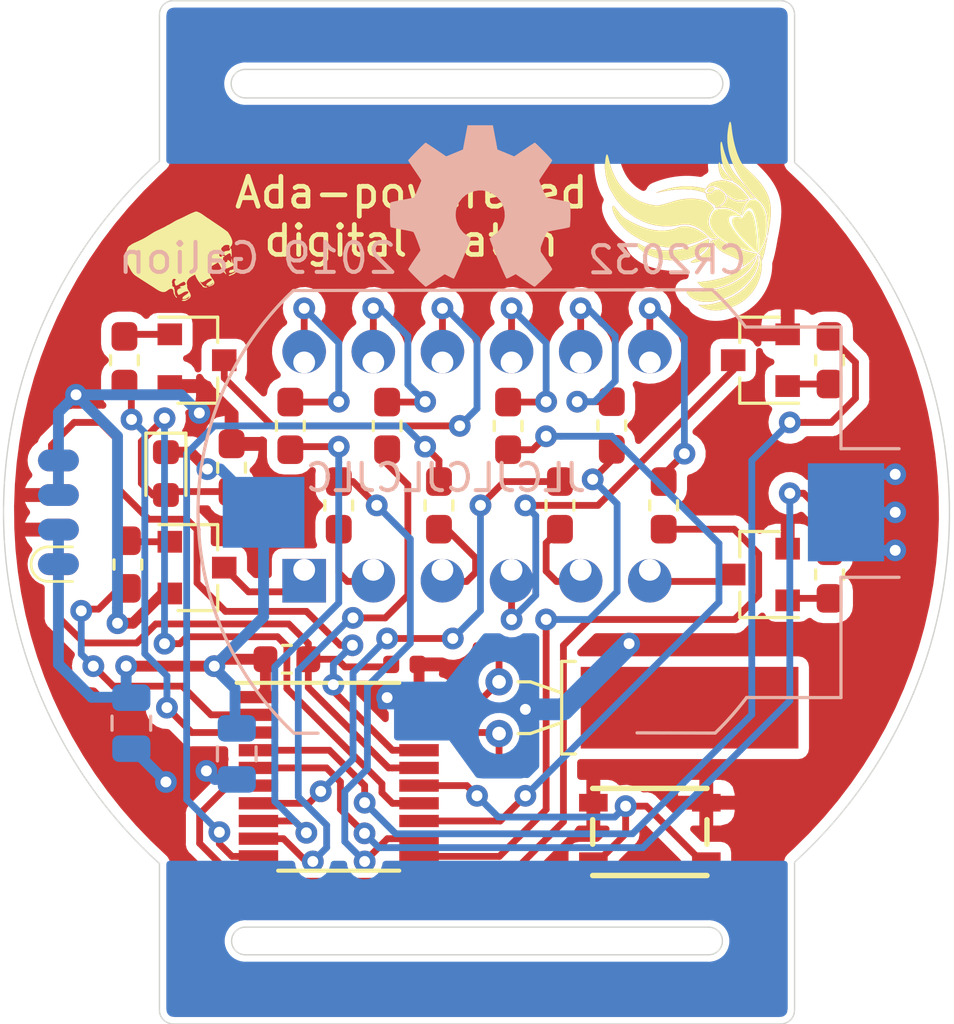
<source format=kicad_pcb>
(kicad_pcb (version 20190907) (host pcbnew "5.99.0-unknown-r17001-43768b71")
  (title_block (title "Ada-powereded digital watch") (date "2019-10-04") (rev "1") (company "Galion"))
  (layers (0 "F.Cu" signal) (31 "B.Cu" signal) (34 "B.Paste" user) (35 "F.Paste" user) (36 "B.SilkS" user) (37 "F.SilkS" user) (38 "B.Mask" user) (39 "F.Mask" user) (44 "Edge.Cuts" user))
  (net 0 "")
  (net 1 "GND")
  (net 2 "+3V0")
  (net 3 "Net-(C3-Pad1)")
  (net 4 "Net-(C4-Pad1)")
  (net 5 "Net-(C5-Pad1)")
  (net 6 "Net-(J1-Pad4)")
  (net 7 "Net-(Q1-Pad3)")
  (net 8 "Net-(Q1-Pad1)")
  (net 9 "Net-(Q2-Pad3)")
  (net 10 "Net-(Q2-Pad1)")
  (net 11 "Net-(Q3-Pad3)")
  (net 12 "Net-(Q3-Pad1)")
  (net 13 "Net-(Q4-Pad3)")
  (net 14 "Net-(Q4-Pad1)")
  (net 15 "Net-(Q5-Pad2)")
  (net 16 "Net-(R1-Pad2)")
  (net 17 "Net-(R1-Pad1)")
  (net 18 "Net-(R2-Pad2)")
  (net 19 "Net-(R2-Pad1)")
  (net 20 "Net-(R3-Pad2)")
  (net 21 "Net-(R3-Pad1)")
  (net 22 "Net-(R4-Pad2)")
  (net 23 "Net-(R4-Pad1)")
  (net 24 "Net-(R5-Pad2)")
  (net 25 "Net-(R5-Pad1)")
  (net 26 "Net-(R6-Pad2)")
  (net 27 "Net-(R6-Pad1)")
  (net 28 "Net-(R7-Pad2)")
  (net 29 "Net-(R7-Pad1)")
  (net 30 "Net-(R8-Pad2)")
  (net 31 "Net-(R8-Pad1)")
  (net 32 "Net-(R10-Pad1)")
  (net 33 "Net-(R11-Pad1)")
  (net 34 "Net-(R12-Pad1)")
  (net 35 "Net-(R14-Pad1)")
  (net 36 "Net-(SW1-Pad1)")
  (module "custom_symbols:BatteryHolder_Pinrex_780-72-00GF51_1x2032_customSilk" (layer "B.Cu") (at 151.7015 104.14)
    (fp_text reference "BT1" hide)
    (fp_text value "CR2032" (at 4.1275 -9.271) (layer "B.SilkS") (effects (justify mirror)))
    (pad "1" smd rect (at -10.7 0) (size 3 2.6) (layers "B.Cu" "B.Paste" "B.Mask") (net 2 "+3V0"))
    (pad "2" smd rect (at 10.7 0) (size 2.8 3.6) (layers "B.Cu" "B.Paste" "B.Mask") (net 1 "GND"))
  )
  (module "custom_symbols:DIP-12_W7.62mm_CustomPads_NoSilk" (layer "F.Cu") (at 142.494 106.254 90)
    (fp_text reference "U1" hide)
    (fp_text value "HP5082-7414" hide)
    (pad "1" thru_hole rect (at 0 0 90) (size 1.6 1.6) (drill 0.8 (offset -0.4 0)) (layers "F.Cu" "F.Mask") (net 7 "Net-(Q1-Pad3)"))
    (pad "7" thru_hole oval (at 7.62 12.7 90) (size 1.6 1.6) (drill 0.8 (offset 0.4 0)) (layers "F.Cu" "F.Mask") (net 23 "Net-(R4-Pad1)"))
    (pad "2" thru_hole oval (at 0 2.54 90) (size 1.6 1.6) (drill 0.8 (offset -0.4 0)) (layers "F.Cu" "F.Mask") (net 21 "Net-(R3-Pad1)"))
    (pad "8" thru_hole oval (at 7.62 10.16 90) (size 1.6 1.6) (drill 0.8 (offset 0.4 0)) (layers "F.Cu" "F.Mask") (net 27 "Net-(R6-Pad1)"))
    (pad "3" thru_hole oval (at 0 5.08 90) (size 1.6 1.6) (drill 0.8 (offset -0.4 0)) (layers "F.Cu" "F.Mask") (net 19 "Net-(R2-Pad1)"))
    (pad "9" thru_hole oval (at 7.62 7.62 90) (size 1.6 1.6) (drill 0.8 (offset 0.4 0)) (layers "F.Cu" "F.Mask") (net 29 "Net-(R7-Pad1)"))
    (pad "4" thru_hole oval (at 0 7.62 90) (size 1.6 1.6) (drill 0.8 (offset -0.4 0)) (layers "F.Cu" "F.Mask") (net 11 "Net-(Q3-Pad3)"))
    (pad "10" thru_hole oval (at 7.62 5.08 90) (size 1.6 1.6) (drill 0.8 (offset 0.4 0)) (layers "F.Cu" "F.Mask") (net 9 "Net-(Q2-Pad3)"))
    (pad "5" thru_hole oval (at 0 10.16 90) (size 1.6 1.6) (drill 0.8 (offset -0.4 0)) (layers "F.Cu" "F.Mask") (net 31 "Net-(R8-Pad1)"))
    (pad "11" thru_hole oval (at 7.62 2.54 90) (size 1.6 1.6) (drill 0.8 (offset 0.4 0)) (layers "F.Cu" "F.Mask") (net 25 "Net-(R5-Pad1)"))
    (pad "6" thru_hole oval (at 0 12.7 90) (size 1.6 1.6) (drill 0.8 (offset -0.4 0)) (layers "F.Cu" "F.Mask") (net 13 "Net-(Q4-Pad3)"))
    (pad "12" thru_hole oval (at 7.62 0 90) (size 1.6 1.6) (drill 0.8 (offset 0.4 0)) (layers "F.Cu" "F.Mask") (net 17 "Net-(R1-Pad1)"))
  )
  (module "Symbol:OSHW-Symbol_6.7x6mm_SilkScreen" (layer "B.Cu") (at 148.971 92.9005 180)
    (fp_text reference "LG3" hide)
    (fp_text value "Logo_Open_Hardware_Small" hide)
  )
  (module "custom_symbols:Galion_Logo_Small" (layer "F.Cu") (at 137.922 95.504)
    (fp_text reference "LG2" hide)
    (fp_text value "Galion_Logo" hide)
  )
  (module "custom_symbols:Ada_Logo_Small" (layer "F.Cu") (at 153.543 89.789)
    (fp_text reference "LG1" hide)
    (fp_text value "Ada_Logo_Small" hide)
    (fp_poly (pts (xy 1.88927 2.613578) (xy 2.018835 2.562584) (xy 2.146404 2.5183) (xy 2.271955 2.480495) (xy 2.395465 2.44894) (xy 2.516912 2.423403) (xy 2.636274 2.403653) (xy 2.753527 2.38946) (xy 2.86865 2.380593) (xy 2.981619 2.376821) (xy 3.092413 2.377914) (xy 3.201008 2.38364) (xy 3.307383 2.393769) (xy 3.411514 2.40807) (xy 3.51338 2.426313) (xy 3.612957 2.448266) (xy 3.710223 2.473699) (xy 3.709169 2.475789) (xy 3.707851 2.478162) (xy 3.706006 2.481208) (xy 3.703635 2.484768) (xy 3.700737 2.48868) (xy 3.697313 2.492787) (xy 3.695404 2.494864) (xy 3.693363 2.496929) (xy 3.691191 2.498963) (xy 3.688887 2.500945) (xy 3.686453 2.502857) (xy 3.683886 2.504677) (xy 3.681189 2.506387) (xy 3.67836 2.507965) (xy 3.6754 2.509393) (xy 3.672308 2.510649) (xy 3.669085 2.511715) (xy 3.665731 2.51257) (xy 3.662246 2.513195) (xy 3.65863 2.513568) (xy 3.654883 2.513672) (xy 3.651004 2.513484) (xy 3.646995 2.512986) (xy 3.642854 2.512158) (xy 3.64148 2.511926) (xy 3.64032 2.511935) (xy 3.639377 2.512184) (xy 3.638987 2.512399) (xy 3.638653 2.512673) (xy 3.638373 2.513009) (xy 3.638149 2.513404) (xy 3.637868 2.514375) (xy 3.637813 2.515587) (xy 3.637986 2.51704) (xy 3.638388 2.518735) (xy 3.639022 2.520671) (xy 3.639891 2.522848) (xy 3.640996 2.525267) (xy 3.64234 2.527927) (xy 3.643924 2.530829) (xy 3.645752 2.533974) (xy 3.647825 2.53736) (xy 3.650145 2.540989) (xy 3.652716 2.544859) (xy 3.658614 2.553329) (xy 3.665539 2.562769) (xy 3.673506 2.57318) (xy 3.682535 2.584565) (xy 3.692642 2.596923) (xy 3.703846 2.610256) (xy 3.716165 2.624564) (xy 3.617077 2.587869) (xy 3.51568 2.556823) (xy 3.412038 2.531244) (xy 3.306213 2.510952) (xy 3.198271 2.495763) (xy 3.088273 2.485497) (xy 2.976285 2.479971) (xy 2.862368 2.479005) (xy 2.746588 2.482415) (xy 2.629007 2.490021) (xy 2.509689 2.50164) (xy 2.388698 2.517091) (xy 2.266097 2.536192) (xy 2.141949 2.558762) (xy 2.016319 2.584617) (xy 1.88927 2.613578)) (layer "F.Cu") (width 0.003591))
    (fp_poly (pts (xy 5.68387 4.93449) (xy 5.700761 4.955151) (xy 5.71605 4.982579) (xy 5.729534 5.016357) (xy 5.741009 5.056067) (xy 5.750274 5.101294) (xy 5.757125 5.151619) (xy 5.762777 5.265899) (xy 5.756343 5.395573) (xy 5.748088 5.465139) (xy 5.736204 5.537304) (xy 5.720488 5.611649) (xy 5.700737 5.687758) (xy 5.676749 5.765214) (xy 5.648322 5.843599) (xy 5.615252 5.922498) (xy 5.577338 6.001493) (xy 5.534376 6.080167) (xy 5.486163 6.158103) (xy 5.432498 6.234885) (xy 5.373177 6.310095) (xy 5.307998 6.383317) (xy 5.236758 6.454134) (xy 5.159255 6.522128) (xy 5.075286 6.586884) (xy 4.984648 6.647983) (xy 4.887139 6.705009) (xy 4.782556 6.757546) (xy 4.670696 6.805175) (xy 4.551358 6.847482) (xy 4.424337 6.884047) (xy 4.399567 6.891053) (xy 4.330658 6.906699) (xy 4.282183 6.915246) (xy 4.225712 6.922933) (xy 4.162257 6.928752) (xy 4.092831 6.931698) (xy 4.018448 6.930763) (xy 3.979713 6.928525) (xy 3.940118 6.92494) (xy 3.899791 6.919881) (xy 3.858857 6.913223) (xy 3.817442 6.904839) (xy 3.775675 6.894605) (xy 3.733681 6.882393) (xy 3.691586 6.868078) (xy 3.649518 6.851535) (xy 3.607603 6.832637) (xy 3.565968 6.811258) (xy 3.524738 6.787273) (xy 3.484042 6.760556) (xy 3.444005 6.730981) (xy 3.551259 6.739042) (xy 3.66365 6.737633) (xy 3.780061 6.72743) (xy 3.899376 6.709111) (xy 4.020477 6.683351) (xy 4.14225 6.650827) (xy 4.263576 6.612216) (xy 4.38334 6.568194) (xy 4.500426 6.519437) (xy 4.613717 6.466621) (xy 4.722096 6.410424) (xy 4.824446 6.351521) (xy 4.919653 6.290589) (xy 5.006598 6.228304) (xy 5.084166 6.165343) (xy 5.15124 6.102382) (xy 5.217918 6.032438) (xy 5.281027 5.962229) (xy 5.340379 5.891725) (xy 5.395784 5.820895) (xy 5.447052 5.74971) (xy 5.493995 5.678139) (xy 5.536423 5.606151) (xy 5.574147 5.533716) (xy 5.606977 5.460803) (xy 5.634724 5.387383) (xy 5.6572 5.313424) (xy 5.674214 5.238896) (xy 5.685577 5.16377) (xy 5.6911 5.088013) (xy 5.691613 5.04989) (xy 5.690594 5.011597) (xy 5.688021 4.973132) (xy 5.68387 4.93449)) (layer "F.Cu") (width 0.002475))
    (fp_poly (pts (xy 3.407679 5.886238) (xy 3.412874 5.897169) (xy 3.419642 5.909702) (xy 3.429435 5.925942) (xy 3.442438 5.945136) (xy 3.458832 5.96653) (xy 3.468359 5.977816) (xy 3.478802 5.98937) (xy 3.490186 6.001097) (xy 3.502532 6.012903) (xy 3.515863 6.024694) (xy 3.530203 6.036376) (xy 3.545575 6.047854) (xy 3.562001 6.059034) (xy 3.579505 6.069823) (xy 3.598109 6.080125) (xy 3.617836 6.089848) (xy 3.638709 6.098895) (xy 3.660751 6.107174) (xy 3.683986 6.11459) (xy 3.708435 6.121049) (xy 3.734123 6.126457) (xy 3.761071 6.13072) (xy 3.789303 6.133742) (xy 3.818841 6.135431) (xy 3.849709 6.135692) (xy 3.962695 6.128176) (xy 4.082521 6.109373) (xy 4.207529 6.079873) (xy 4.336058 6.040265) (xy 4.46645 5.991139) (xy 4.597045 5.933082) (xy 4.726183 5.866684) (xy 4.852206 5.792535) (xy 4.973455 5.711223) (xy 5.088269 5.623337) (xy 5.194989 5.529466) (xy 5.291956 5.4302) (xy 5.336264 5.378727) (xy 5.377511 5.326127) (xy 5.415491 5.272472) (xy 5.449995 5.217836) (xy 5.480816 5.162294) (xy 5.507747 5.105918) (xy 5.530581 5.048782) (xy 5.549109 4.990959) (xy 5.52637 5.016317) (xy 5.498135 5.04592) (xy 5.458827 5.084945) (xy 5.408571 5.131996) (xy 5.347495 5.185677) (xy 5.275726 5.244593) (xy 5.193389 5.307346) (xy 5.100613 5.372542) (xy 5.050349 5.40562) (xy 4.997523 5.438785) (xy 4.94215 5.471863) (xy 4.884246 5.504679) (xy 4.823827 5.537058) (xy 4.76091 5.568827) (xy 4.695509 5.599811) (xy 4.62764 5.629835) (xy 4.557321 5.658724) (xy 4.484565 5.686305) (xy 4.409389 5.712403) (xy 4.33181 5.736843) (xy 4.251842 5.759452) (xy 4.169502 5.780053) (xy 4.06558 5.803556) (xy 3.970618 5.823486) (xy 3.806329 5.85376) (xy 3.674146 5.873146) (xy 3.571578 5.883915) (xy 3.496138 5.888338) (xy 3.445334 5.888686) (xy 3.407679 5.886239) (xy 3.407679 5.886238)) (layer "F.Cu") (width 0.002475))
    (fp_poly (pts (xy 5.624428 4.906516) (xy 5.630125 4.932359) (xy 5.634835 4.963538) (xy 5.638643 5.005891) (xy 5.639941 5.058667) (xy 5.637121 5.121118) (xy 5.633665 5.155738) (xy 5.628576 5.192495) (xy 5.621654 5.231296) (xy 5.612699 5.272047) (xy 5.601508 5.314656) (xy 5.587881 5.359027) (xy 5.571617 5.405068) (xy 5.552515 5.452685) (xy 5.530374 5.501783) (xy 5.504994 5.552271) (xy 5.476172 5.604053) (xy 5.443709 5.657036) (xy 5.407404 5.711127) (xy 5.367055 5.766231) (xy 5.322461 5.822256) (xy 5.273421 5.879108) (xy 5.219736 5.936692) (xy 5.161203 5.994916) (xy 5.097621 6.053685) (xy 5.02879 6.112906) (xy 4.96579 6.16345) (xy 4.902437 6.210751) (xy 4.838671 6.25494) (xy 4.774434 6.296149) (xy 4.709665 6.334509) (xy 4.644305 6.370152) (xy 4.578294 6.403208) (xy 4.511572 6.43381) (xy 4.44408 6.462089) (xy 4.375758 6.488176) (xy 4.306547 6.512202) (xy 4.236387 6.5343) (xy 4.165218 6.554601) (xy 4.092981 6.573235) (xy 4.019615 6.590335) (xy 3.945062 6.606032) (xy 3.910602 6.610534) (xy 3.818204 6.617613) (xy 3.755427 6.619106) (xy 3.684343 6.617628) (xy 3.607011 6.611973) (xy 3.525492 6.600938) (xy 3.483805 6.593025) (xy 3.441843 6.583316) (xy 3.399864 6.571658) (xy 3.358125 6.557902) (xy 3.316883 6.541897) (xy 3.276396 6.523492) (xy 3.236921 6.502537) (xy 3.198716 6.478881) (xy 3.162038 6.452372) (xy 3.127144 6.422862) (xy 3.094292 6.390198) (xy 3.063739 6.354231) (xy 3.035743 6.31481) (xy 3.010561 6.271784) (xy 2.988451 6.225002) (xy 2.969669 6.174314) (xy 2.977489 6.178394) (xy 2.987476 6.183007) (xy 3.001705 6.188904) (xy 3.020317 6.19576) (xy 3.043454 6.203252) (xy 3.071259 6.211055) (xy 3.086956 6.214972) (xy 3.103873 6.218845) (xy 3.122027 6.222634) (xy 3.141438 6.226298) (xy 3.162121 6.229797) (xy 3.184096 6.23309) (xy 3.207379 6.236137) (xy 3.23199 6.238897) (xy 3.257944 6.24133) (xy 3.28526 6.243395) (xy 3.313957 6.245051) (xy 3.34405 6.246259) (xy 3.37556 6.246977) (xy 3.408502 6.247165) (xy 3.442895 6.246783) (xy 3.478757 6.24579) (xy 3.516105 6.244145) (xy 3.554957 6.241809) (xy 3.773065 6.220047) (xy 3.981054 6.185738) (xy 4.178556 6.139809) (xy 4.365203 6.083185) (xy 4.540626 6.016792) (xy 4.70446 5.941556) (xy 4.856335 5.858403) (xy 4.995885 5.768258) (xy 5.122741 5.672048) (xy 5.236535 5.570698) (xy 5.336901 5.465135) (xy 5.42347 5.356283) (xy 5.495875 5.24507) (xy 5.553748 5.13242) (xy 5.596722 5.019261) (xy 5.624428 4.906516)) (layer "F.Cu") (width 0.002475))
    (fp_poly (pts (xy 5.966552 4.234692) (xy 5.937414 4.311676) (xy 5.904234 4.393392) (xy 5.861532 4.491026) (xy 5.837286 4.542788) (xy 5.811471 4.5949) (xy 5.784356 4.646155) (xy 5.756212 4.695341) (xy 5.727309 4.74125) (xy 5.697918 4.782673) (xy 5.683124 4.801323) (xy 5.668309 4.818399) (xy 5.653508 4.833748) (xy 5.638753 4.84722) (xy 5.643135 4.848662) (xy 5.64825 4.850829) (xy 5.654992 4.854284) (xy 5.663119 4.859269) (xy 5.667626 4.862411) (xy 5.672389 4.866027) (xy 5.677378 4.870147) (xy 5.682561 4.874801) (xy 5.687909 4.880019) (xy 5.693393 4.885833) (xy 5.69898 4.892272) (xy 5.704642 4.899367) (xy 5.710348 4.907147) (xy 5.716068 4.915644) (xy 5.721772 4.924888) (xy 5.727428 4.934909) (xy 5.733008 4.945737) (xy 5.738481 4.957403) (xy 5.743817 4.969937) (xy 5.748985 4.983369) (xy 5.753956 4.99773) (xy 5.758698 5.01305) (xy 5.763183 5.02936) (xy 5.767379 5.046689) (xy 5.771256 5.065069) (xy 5.774785 5.084529) (xy 5.793795 5.033698) (xy 5.812393 4.976081) (xy 5.847902 4.846047) (xy 5.880413 4.705537) (xy 5.909027 4.56566) (xy 5.950973 4.332247) (xy 5.966552 4.234692)) (layer "F.Cu") (width 0.002475))
    (fp_poly (pts (xy 3.890107 4.372808) (xy 3.889608 4.391134) (xy 3.887621 4.412819) (xy 3.883263 4.441765) (xy 3.875626 4.477156) (xy 3.863802 4.518179) (xy 3.856035 4.540546) (xy 3.84688 4.564016) (xy 3.836224 4.588486) (xy 3.823953 4.613855) (xy 3.809953 4.640019) (xy 3.794111 4.666878) (xy 3.776313 4.694329) (xy 3.756446 4.722271) (xy 3.734396 4.750602) (xy 3.710049 4.77922) (xy 3.683291 4.808022) (xy 3.65401 4.836907) (xy 3.622091 4.865774) (xy 3.587422 4.89452) (xy 3.549887 4.923043) (xy 3.509374 4.951242) (xy 3.46577 4.979014) (xy 3.418959 5.006258) (xy 3.36883 5.032871) (xy 3.315268 5.058753) (xy 3.246585 5.092327) (xy 3.220115 5.106844) (xy 3.198594 5.119897) (xy 3.181799 5.131527) (xy 3.169506 5.141771) (xy 3.161492 5.150669) (xy 3.157533 5.158258) (xy 3.157405 5.164577) (xy 3.160885 5.169665) (xy 3.167749 5.173561) (xy 3.177774 5.176302) (xy 3.190735 5.177929) (xy 3.20641 5.178478) (xy 3.245005 5.176501) (xy 3.29177 5.170679) (xy 3.344916 5.161321) (xy 3.402654 5.148737) (xy 3.463196 5.133234) (xy 3.524751 5.115121) (xy 3.585533 5.094707) (xy 3.643751 5.072301) (xy 3.697617 5.04821) (xy 3.723252 5.035283) (xy 3.747624 5.022048) (xy 3.770754 5.008523) (xy 3.792665 4.994724) (xy 3.813378 4.980667) (xy 3.832915 4.966368) (xy 3.851296 4.951844) (xy 3.868544 4.937111) (xy 3.884681 4.922186) (xy 3.899727 4.907084) (xy 3.913705 4.891823) (xy 3.926637 4.876419) (xy 3.938543 4.860888) (xy 3.949445 4.845246) (xy 3.959365 4.82951) (xy 3.968325 4.813696) (xy 3.976346 4.797821) (xy 3.98345 4.781901) (xy 3.989659 4.765952) (xy 3.994993 4.749991) (xy 3.999475 4.734034) (xy 4.003127 4.718097) (xy 4.005969 4.702197) (xy 4.008024 4.68635) (xy 4.009312 4.670573) (xy 4.009857 4.654882) (xy 4.009679 4.639293) (xy 4.008799 4.623823) (xy 4.005024 4.593304) (xy 3.998704 4.563456) (xy 3.992765 4.541908) (xy 3.986488 4.522179) (xy 3.979921 4.504155) (xy 3.973112 4.487721) (xy 3.966109 4.472763) (xy 3.95896 4.459165) (xy 3.951715 4.446814) (xy 3.944421 4.435594) (xy 3.937126 4.425391) (xy 3.929879 4.41609) (xy 3.922728 4.407576) (xy 3.915722 4.399735) (xy 3.890108 4.372808) (xy 3.890107 4.372808)) (layer "F.Cu") (width 0.002312))
    (fp_poly (pts (xy 3.927601 4.337751) (xy 3.960138 4.400946) (xy 3.992462 4.458225) (xy 4.025125 4.510196) (xy 4.041758 4.534383) (xy 4.058685 4.557471) (xy 4.075974 4.579538) (xy 4.093695 4.60066) (xy 4.111917 4.620912) (xy 4.13071 4.640371) (xy 4.150143 4.659114) (xy 4.170286 4.677217) (xy 4.191207 4.694755) (xy 4.212977 4.711806) (xy 4.259339 4.744748) (xy 4.309925 4.776654) (xy 4.365292 4.808134) (xy 4.425994 4.839798) (xy 4.492585 4.872256) (xy 4.565622 4.906118) (xy 4.73325 4.980493) (xy 4.786738 5.005365) (xy 4.835583 5.029032) (xy 4.879836 5.051645) (xy 4.919543 5.073355) (xy 4.954754 5.094316) (xy 4.985517 5.114678) (xy 5.01188 5.134595) (xy 5.033891 5.154217) (xy 5.0516 5.173696) (xy 5.058856 5.18343) (xy 5.065054 5.193185) (xy 5.0702 5.202981) (xy 5.074301 5.212836) (xy 5.077363 5.222769) (xy 5.079391 5.232799) (xy 5.080391 5.242946) (xy 5.080371 5.253228) (xy 5.079335 5.263664) (xy 5.07729 5.274274) (xy 5.074241 5.285076) (xy 5.070196 5.296089) (xy 5.059138 5.318825) (xy 5.119678 5.283798) (xy 5.185378 5.242406) (xy 5.224176 5.216438) (xy 5.26583 5.18722) (xy 5.30951 5.154952) (xy 5.354384 5.119834) (xy 5.39962 5.082064) (xy 5.444388 5.041842) (xy 5.487856 4.999367) (xy 5.508843 4.977347) (xy 5.529193 4.954838) (xy 5.548802 4.931866) (xy 5.567566 4.908455) (xy 5.585383 4.884631) (xy 5.602146 4.860417) (xy 5.447976 4.827949) (xy 5.27967 4.785901) (xy 5.17983 4.757997) (xy 5.072245 4.725343) (xy 4.958947 4.687818) (xy 4.84197 4.6453) (xy 4.72335 4.597667) (xy 4.605119 4.544796) (xy 4.489311 4.486566) (xy 4.432951 4.455404) (xy 4.37796 4.422856) (xy 4.324592 4.388907) (xy 4.273101 4.353543) (xy 4.22374 4.316747) (xy 4.176766 4.278504) (xy 4.165198 4.287604) (xy 4.153639 4.295896) (xy 4.142113 4.303414) (xy 4.130643 4.310192) (xy 4.119252 4.316263) (xy 4.107965 4.321663) (xy 4.096804 4.326424) (xy 4.085793 4.330582) (xy 4.064315 4.337222) (xy 4.043719 4.341855) (xy 4.024193 4.344753) (xy 4.005925 4.34619) (xy 3.989102 4.346437) (xy 3.973913 4.345768) (xy 3.960545 4.344454) (xy 3.949186 4.342767) (xy 3.933248 4.339369) (xy 3.927601 4.337751)) (layer "F.Cu") (width 0.002475))
    (fp_poly (pts (xy 1.938968 4.720651) (xy 2.108596 4.732454) (xy 2.269781 4.735537) (xy 2.42285 4.730684) (xy 2.568132 4.718681) (xy 2.705956 4.700313) (xy 2.836651 4.676365) (xy 2.960546 4.647621) (xy 3.077969 4.614867) (xy 3.189248 4.578888) (xy 3.294713 4.540469) (xy 3.489515 4.459449) (xy 3.823808 4.302668) (xy 3.827624 4.347545) (xy 3.826529 4.391668) (xy 3.820724 4.434981) (xy 3.81041 4.477433) (xy 3.79579 4.518967) (xy 3.777066 4.559531) (xy 3.754441 4.59907) (xy 3.728115 4.637531) (xy 3.698292 4.674858) (xy 3.665173 4.710999) (xy 3.628961 4.745898) (xy 3.589857 4.779503) (xy 3.548064 4.811758) (xy 3.503784 4.84261) (xy 3.457218 4.872005) (xy 3.40857 4.899889) (xy 3.35804 4.926207) (xy 3.305831 4.950905) (xy 3.252145 4.97393) (xy 3.197185 4.995228) (xy 3.141152 5.014744) (xy 3.084248 5.032424) (xy 3.026675 5.048214) (xy 2.968636 5.06206) (xy 2.910333 5.073909) (xy 2.851968 5.083705) (xy 2.793742 5.091396) (xy 2.735858 5.096926) (xy 2.678518 5.100242) (xy 2.621924 5.10129) (xy 2.566278 5.100016) (xy 2.511782 5.096365) (xy 2.361214 5.085887) (xy 2.281844 5.077606) (xy 2.200448 5.066911) (xy 2.117548 5.053515) (xy 2.033668 5.037129) (xy 1.949329 5.017463) (xy 1.865055 4.994228) (xy 1.781368 4.967137) (xy 1.698792 4.935899) (xy 1.61785 4.900227) (xy 1.539063 4.859831) (xy 1.462955 4.814423) (xy 1.390049 4.763714) (xy 1.320868 4.707415) (xy 1.287837 4.677079) (xy 1.255934 4.645237) (xy 1.236515 4.62251) (xy 1.222973 4.605171) (xy 1.208364 4.585306) (xy 1.193802 4.564007) (xy 1.180403 4.542368) (xy 1.169283 4.521482) (xy 1.164925 4.511662) (xy 1.161556 4.502441) (xy 1.159314 4.493954) (xy 1.158338 4.486338) (xy 1.158769 4.479731) (xy 1.160745 4.474267) (xy 1.164407 4.470085) (xy 1.169892 4.46732) (xy 1.177342 4.46611) (xy 1.186895 4.466591) (xy 1.19869 4.468899) (xy 1.212867 4.473171) (xy 1.229566 4.479544) (xy 1.248926 4.488155) (xy 1.271087 4.49914) (xy 1.296187 4.512635) (xy 1.324366 4.528777) (xy 1.355764 4.547704) (xy 1.39784 4.567105) (xy 1.43852 4.58471) (xy 1.477942 4.600658) (xy 1.516246 4.615089) (xy 1.553568 4.628142) (xy 1.590048 4.639957) (xy 1.661035 4.660428) (xy 1.730313 4.677618) (xy 1.79899 4.692642) (xy 1.938967 4.720651) (xy 1.938968 4.720651)) (layer "F.Cu") (width 0.002372))
    (fp_poly (pts (xy 0.8257 3.608283) (xy 0.944961 3.676244) (xy 1.064099 3.738158) (xy 1.182947 3.793928) (xy 1.301338 3.843459) (xy 1.419107 3.886655) (xy 1.536087 3.92342) (xy 1.652112 3.953657) (xy 1.767015 3.97727) (xy 1.88063 3.994163) (xy 1.992791 4.004241) (xy 2.103332 4.007406) (xy 2.212086 4.003564) (xy 2.318886 3.992617) (xy 2.423567 3.97447) (xy 2.525962 3.949026) (xy 2.625905 3.91619) (xy 2.647862 3.904844) (xy 2.674675 3.893291) (xy 2.711482 3.880156) (xy 2.757862 3.867194) (xy 2.784509 3.861325) (xy 2.813392 3.856157) (xy 2.844457 3.851909) (xy 2.877651 3.8488) (xy 2.912922 3.847049) (xy 2.950217 3.846875) (xy 2.989484 3.848498) (xy 3.030669 3.852137) (xy 3.07372 3.858011) (xy 3.118585 3.86634) (xy 3.165209 3.877341) (xy 3.213542 3.891236) (xy 3.263529 3.908242) (xy 3.315119 3.928579) (xy 3.368259 3.952467) (xy 3.422895 3.980124) (xy 3.478976 4.011769) (xy 3.536447 4.047623) (xy 3.595258 4.087903) (xy 3.655355 4.13283) (xy 3.716685 4.182622) (xy 3.779195 4.237499) (xy 3.745324 4.254701) (xy 3.649874 4.299824) (xy 3.581946 4.329818) (xy 3.502088 4.363147) (xy 3.411457 4.398596) (xy 3.311209 4.434948) (xy 3.202497 4.470989) (xy 3.086479 4.505504) (xy 2.964309 4.537278) (xy 2.837142 4.565094) (xy 2.772046 4.577139) (xy 2.706134 4.587739) (xy 2.639551 4.596742) (xy 2.57244 4.603996) (xy 2.504948 4.60935) (xy 2.437217 4.612651) (xy 2.369392 4.613747) (xy 2.301618 4.612487) (xy 2.246292 4.608733) (xy 2.179136 4.600866) (xy 2.101385 4.588577) (xy 2.014272 4.571556) (xy 1.919033 4.549494) (xy 1.816903 4.522081) (xy 1.709117 4.489007) (xy 1.596909 4.449964) (xy 1.481513 4.404641) (xy 1.364166 4.352728) (xy 1.246101 4.293917) (xy 1.128553 4.227897) (xy 1.012757 4.15436) (xy 0.899949 4.072995) (xy 0.84505 4.02928) (xy 0.791362 3.983493) (xy 0.739037 3.935594) (xy 0.688231 3.885544) (xy 0.602927 3.792595) (xy 0.528426 3.700404) (xy 0.464358 3.610243) (xy 0.410358 3.523381) (xy 0.366055 3.441088) (xy 0.331083 3.364634) (xy 0.305072 3.295288) (xy 0.287656 3.234322) (xy 0.278465 3.183003) (xy 0.277132 3.142603) (xy 0.279298 3.126895) (xy 0.283289 3.114392) (xy 0.289061 3.105253) (xy 0.296568 3.099638) (xy 0.305762 3.097705) (xy 0.3166 3.099612) (xy 0.329033 3.105519) (xy 0.343017 3.115584) (xy 0.358505 3.129967) (xy 0.375451 3.148824) (xy 0.413535 3.200602) (xy 0.45348 3.258404) (xy 0.492773 3.310846) (xy 0.53115 3.358155) (xy 0.568344 3.400554) (xy 0.60409 3.438268) (xy 0.638122 3.471523) (xy 0.670174 3.500544) (xy 0.69998 3.525555) (xy 0.727276 3.546781) (xy 0.751794 3.564447) (xy 0.791435 3.59) (xy 0.81678 3.604012) (xy 0.8257 3.608283)) (layer "F.Cu") (width 0.002475))
    (fp_poly (pts (xy 0.004032 1.559733) (xy 0.001439 1.618529) (xy 0.002021 1.681634) (xy 0.005636 1.748293) (xy 0.012146 1.817753) (xy 0.021409 1.88926) (xy 0.033286 1.96206) (xy 0.047637 2.035398) (xy 0.06432 2.108522) (xy 0.083197 2.180678) (xy 0.104126 2.251111) (xy 0.126967 2.319067) (xy 0.151581 2.383793) (xy 0.177826 2.444536) (xy 0.205564 2.50054) (xy 0.234653 2.551052) (xy 0.264954 2.595319) (xy 0.332133 2.720242) (xy 0.412377 2.846296) (xy 0.505346 2.971821) (xy 0.610699 3.095158) (xy 0.667913 3.155486) (xy 0.728095 3.214645) (xy 0.791202 3.272427) (xy 0.857193 3.328624) (xy 0.926023 3.383028) (xy 0.997651 3.435432) (xy 1.072035 3.485629) (xy 1.14913 3.533411) (xy 1.228896 3.578571) (xy 1.311289 3.6209) (xy 1.396266 3.660192) (xy 1.483785 3.696239) (xy 1.573804 3.728833) (xy 1.66628 3.757767) (xy 1.761169 3.782834) (xy 1.858431 3.803825) (xy 1.958021 3.820534) (xy 2.059897 3.832752) (xy 2.164018 3.840273) (xy 2.270339 3.842888) (xy 2.378819 3.840391) (xy 2.489415 3.832573) (xy 2.602084 3.819227) (xy 2.716783 3.800146) (xy 2.752598 3.790719) (xy 2.788114 3.78293) (xy 2.823323 3.776731) (xy 2.858216 3.772074) (xy 2.927022 3.767193) (xy 2.994468 3.767905) (xy 3.060487 3.773826) (xy 3.125014 3.784574) (xy 3.187983 3.799764) (xy 3.249329 3.819015) (xy 3.308986 3.841942) (xy 3.366888 3.868162) (xy 3.42297 3.897293) (xy 3.477166 3.92895) (xy 3.529411 3.962751) (xy 3.579639 3.998313) (xy 3.627783 4.035252) (xy 3.673779 4.073185) (xy 3.715266 4.114925) (xy 3.753578 4.152198) (xy 3.789049 4.185094) (xy 3.822009 4.213703) (xy 3.85279 4.238114) (xy 3.881726 4.258417) (xy 3.895604 4.267056) (xy 3.909146 4.274701) (xy 3.922392 4.281365) (xy 3.935384 4.287057) (xy 3.948164 4.29179) (xy 3.960772 4.295575) (xy 3.97325 4.298422) (xy 3.98564 4.300343) (xy 3.997983 4.30135) (xy 4.010321 4.301452) (xy 4.022696 4.300663) (xy 4.035148 4.298992) (xy 4.047719 4.296451) (xy 4.060451 4.293051) (xy 4.073385 4.288804) (xy 4.086563 4.28372) (xy 4.113816 4.271089) (xy 4.142541 4.255247) (xy 4.08104 4.194528) (xy 4.050581 4.16311) (xy 4.020688 4.130925) (xy 3.991639 4.097924) (xy 3.963714 4.064061) (xy 3.937191 4.029288) (xy 3.912348 3.993559) (xy 3.889465 3.956826) (xy 3.86882 3.919042) (xy 3.859424 3.899741) (xy 3.850691 3.88016) (xy 3.842658 3.860292) (xy 3.835358 3.840132) (xy 3.828827 3.819674) (xy 3.823099 3.798912) (xy 3.81821 3.77784) (xy 3.814193 3.756453) (xy 3.811084 3.734743) (xy 3.808918 3.712706) (xy 3.80773 3.690336) (xy 3.807554 3.667626) (xy 3.81033 3.634458) (xy 3.814344 3.601484) (xy 3.819591 3.568814) (xy 3.826065 3.536558) (xy 3.833761 3.504828) (xy 3.842671 3.473733) (xy 3.852791 3.443385) (xy 3.864115 3.413893) (xy 3.876636 3.385369) (xy 3.890349 3.357924) (xy 3.905248 3.331667) (xy 3.921326 3.306709) (xy 3.93858 3.283161) (xy 3.957001 3.261134) (xy 3.976585 3.240738) (xy 3.997326 3.222084) (xy 3.985316 3.186247) (xy 3.970436 3.152546) (xy 3.952846 3.120922) (xy 3.932704 3.091315) (xy 3.910168 3.063663) (xy 3.885397 3.037908) (xy 3.858549 3.01399) (xy 3.829783 2.991847) (xy 3.799257 2.971421) (xy 3.76713 2.952652) (xy 3.733559 2.935479) (xy 3.698704 2.919842) (xy 3.662723 2.905682) (xy 3.625775 2.892938) (xy 3.549609 2.871459) (xy 3.471474 2.854926) (xy 3.392638 2.842858) (xy 3.314369 2.834776) (xy 3.237934 2.8302) (xy 3.164602 2.828649) (xy 3.095639 2.829644) (xy 3.032313 2.832705) (xy 2.975892 2.837351) (xy 2.907839 2.84378) (xy 2.839812 2.853562) (xy 2.771873 2.866238) (xy 2.704082 2.881347) (xy 2.636502 2.898428) (xy 2.569192 2.917023) (xy 2.435631 2.956908) (xy 2.303887 2.99732) (xy 2.174452 3.034575) (xy 2.110752 3.050868) (xy 2.047813 3.064992) (xy 1.985695 3.076484) (xy 1.92446 3.084886) (xy 1.840815 3.076383) (xy 1.758655 3.06472) (xy 1.678018 3.049936) (xy 1.598937 3.032071) (xy 1.521448 3.011162) (xy 1.445586 2.987249) (xy 1.371387 2.960371) (xy 1.298886 2.930566) (xy 1.228119 2.897872) (xy 1.15912 2.862329) (xy 1.091925 2.823976) (xy 1.026569 2.78285) (xy 0.963088 2.738992) (xy 0.901517 2.692438) (xy 0.841891 2.64323) (xy 0.784246 2.591404) (xy 0.728616 2.537) (xy 0.675038 2.480057) (xy 0.623547 2.420613) (xy 0.574177 2.358707) (xy 0.526964 2.294377) (xy 0.481944 2.227663) (xy 0.439151 2.158604) (xy 0.398622 2.087237) (xy 0.324494 1.937738) (xy 0.259843 1.779475) (xy 0.20495 1.61276) (xy 0.160099 1.437901) (xy 0.143787 1.363574) (xy 0.128521 1.304679) (xy 0.114264 1.26025) (xy 0.107502 1.243159) (xy 0.100978 1.229323) (xy 0.094689 1.21862) (xy 0.088628 1.21093) (xy 0.082792 1.206133) (xy 0.077177 1.204107) (xy 0.071776 1.204732) (xy 0.066587 1.207887) (xy 0.061604 1.213452) (xy 0.056823 1.221305) (xy 0.052239 1.231327) (xy 0.047848 1.243396) (xy 0.039625 1.273193) (xy 0.032118 1.309731) (xy 0.025289 1.352044) (xy 0.019103 1.399166) (xy 0.013523 1.450132) (xy 0.004032 1.559733)) (layer "F.Cu") (width 0.002613))
    (fp_poly (pts (xy 4.65765 2.165905) (xy 4.602776 2.103262) (xy 4.545818 2.036784) (xy 4.479521 1.95738) (xy 4.411639 1.872936) (xy 4.379529 1.831287) (xy 4.349931 1.791334) (xy 4.323815 1.754063) (xy 4.30215 1.720459) (xy 4.285907 1.691509) (xy 4.280121 1.679086) (xy 4.276054 1.668196) (xy 4.25537 1.603476) (xy 4.237788 1.552409) (xy 4.230035 1.532297) (xy 4.222905 1.51596) (xy 4.21635 1.503519) (xy 4.213271 1.498797) (xy 4.210318 1.495094) (xy 4.207482 1.492426) (xy 4.204759 1.490806) (xy 4.202141 1.490252) (xy 4.199623 1.490776) (xy 4.197198 1.492395) (xy 4.194859 1.495124) (xy 4.192601 1.498977) (xy 4.190418 1.50397) (xy 4.186248 1.517436) (xy 4.182299 1.535641) (xy 4.178521 1.558707) (xy 4.174864 1.586754) (xy 4.173765 1.607376) (xy 4.174516 1.634598) (xy 4.177177 1.667356) (xy 4.18181 1.704588) (xy 4.188476 1.745233) (xy 4.197235 1.788228) (xy 4.208148 1.83251) (xy 4.221275 1.877018) (xy 4.236678 1.920688) (xy 4.254417 1.962459) (xy 4.274554 2.001268) (xy 4.28554 2.01923) (xy 4.297148 2.036054) (xy 4.309386 2.051605) (xy 4.322261 2.065753) (xy 4.335782 2.078363) (xy 4.349954 2.089303) (xy 4.364787 2.09844) (xy 4.380287 2.105642) (xy 4.396463 2.110776) (xy 4.413321 2.113708) (xy 4.436134 2.11638) (xy 4.458785 2.119585) (xy 4.502875 2.127203) (xy 4.544146 2.135785) (xy 4.581154 2.144553) (xy 4.612454 2.152727) (xy 4.636599 2.159529) (xy 4.65765 2.165905)) (layer "F.Cu") (width 0.002872))
    (fp_poly (pts (xy 4.326562 0.872042) (xy 4.355416 0.990809) (xy 4.393174 1.121913) (xy 4.418379 1.200334) (xy 4.447988 1.285406) (xy 4.482143 1.375683) (xy 4.520984 1.469718) (xy 4.564652 1.566065) (xy 4.613288 1.663278) (xy 4.667033 1.759912) (xy 4.695866 1.807559) (xy 4.726028 1.854519) (xy 4.757538 1.900611) (xy 4.790413 1.945654) (xy 4.824671 1.989468) (xy 4.86033 2.031871) (xy 4.991172 2.182293) (xy 5.085484 2.292183) (xy 5.154408 2.374437) (xy 5.209087 2.441948) (xy 5.320279 2.584318) (xy 5.399078 2.684966) (xy 5.508201 2.822449) (xy 5.506345 2.821044) (xy 5.503937 2.819516) (xy 5.500466 2.81764) (xy 5.498314 2.816619) (xy 5.495875 2.815568) (xy 5.49314 2.814506) (xy 5.490104 2.813452) (xy 5.486758 2.812425) (xy 5.483096 2.811444) (xy 5.47911 2.810528) (xy 5.474794 2.809696) (xy 5.470139 2.808967) (xy 5.465138 2.80836) (xy 5.459785 2.807893) (xy 5.454073 2.807587) (xy 5.447993 2.807459) (xy 5.441539 2.80753) (xy 5.434703 2.807817) (xy 5.427478 2.808341) (xy 5.419858 2.809119) (xy 5.411834 2.810171) (xy 5.403399 2.811516) (xy 5.394547 2.813173) (xy 5.38527 2.81516) (xy 5.37556 2.817498) (xy 5.365412 2.820204) (xy 5.354816 2.823298) (xy 5.301241 2.747233) (xy 5.239828 2.66623) (xy 5.202087 2.619092) (xy 5.160272 2.569094) (xy 5.114847 2.51741) (xy 5.066275 2.465213) (xy 5.015019 2.413675) (xy 4.961542 2.363971) (xy 4.906308 2.317273) (xy 4.878176 2.295418) (xy 4.849778 2.274754) (xy 4.821173 2.255429) (xy 4.792417 2.237589) (xy 4.763569 2.22138) (xy 4.734687 2.206949) (xy 4.717977 2.189115) (xy 4.673409 2.138465) (xy 4.643287 2.102172) (xy 4.60933 2.059279) (xy 4.572582 2.010322) (xy 4.534085 1.955835) (xy 4.494884 1.896354) (xy 4.45602 1.832413) (xy 4.43704 1.798937) (xy 4.418537 1.764547) (xy 4.40064 1.72931) (xy 4.383479 1.693292) (xy 4.367185 1.65656) (xy 4.351888 1.619181) (xy 4.337719 1.581223) (xy 4.324808 1.542751) (xy 4.313285 1.503833) (xy 4.303281 1.464535) (xy 4.294927 1.424925) (xy 4.288352 1.385069) (xy 4.272163 1.262383) (xy 4.260017 1.153597) (xy 4.251577 1.058324) (xy 4.246509 0.976173) (xy 4.244477 0.906754) (xy 4.245145 0.849677) (xy 4.248178 0.804554) (xy 4.253241 0.770994) (xy 4.259998 0.748608) (xy 4.263907 0.741484) (xy 4.268114 0.737007) (xy 4.272577 0.735128) (xy 4.277254 0.735799) (xy 4.282102 0.738972) (xy 4.287081 0.744597) (xy 4.297261 0.76301) (xy 4.307458 0.790648) (xy 4.317337 0.827122) (xy 4.326562 0.872042)) (layer "F.Cu") (width 0.002475))
    (fp_poly (pts (xy 5.975901 4.194351) (xy 5.984045 3.969782) (xy 5.98537 3.863085) (xy 5.984133 3.760148) (xy 5.979784 3.660997) (xy 5.971774 3.56566) (xy 5.959555 3.474162) (xy 5.942578 3.38653) (xy 5.920293 3.302791) (xy 5.892152 3.22297) (xy 5.857605 3.147095) (xy 5.816104 3.075191) (xy 5.792574 3.040737) (xy 5.7671 3.007286) (xy 5.739613 2.97484) (xy 5.710044 2.943405) (xy 5.678324 2.912982) (xy 5.644386 2.883575) (xy 5.608161 2.855187) (xy 5.569579 2.827822) (xy 5.362147 2.584379) (xy 5.258258 2.454904) (xy 5.155955 2.320351) (xy 5.056518 2.180787) (xy 4.961223 2.036282) (xy 4.871349 1.886904) (xy 4.788173 1.73272) (xy 4.712973 1.5738) (xy 4.647025 1.410211) (xy 4.617921 1.326687) (xy 4.591609 1.242021) (xy 4.56825 1.156223) (xy 4.548002 1.069299) (xy 4.531025 0.98126) (xy 4.51748 0.892114) (xy 4.507526 0.801869) (xy 4.501323 0.710533) (xy 4.49903 0.618115) (xy 4.500807 0.524624) (xy 4.506814 0.430069) (xy 4.51721 0.334457) (xy 4.534969 0.21216) (xy 4.551685 0.121042) (xy 4.567341 0.05789) (xy 4.574769 0.035797) (xy 4.581926 0.019491) (xy 4.588812 0.008568) (xy 4.595424 0.002629) (xy 4.601762 0.001271) (xy 4.607822 0.004093) (xy 4.613604 0.010693) (xy 4.619106 0.020669) (xy 4.629261 0.049143) (xy 4.638274 0.086301) (xy 4.646131 0.128931) (xy 4.65832 0.217752) (xy 4.668205 0.319657) (xy 4.693269 0.490092) (xy 4.727346 0.671947) (xy 4.750571 0.777938) (xy 4.778227 0.890505) (xy 4.810542 1.007051) (xy 4.847744 1.124975) (xy 4.890063 1.241679) (xy 4.937728 1.354565) (xy 4.963636 1.408763) (xy 4.990967 1.461032) (xy 5.019748 1.511046) (xy 5.050009 1.558482) (xy 5.081778 1.603013) (xy 5.115084 1.644316) (xy 5.149955 1.682065) (xy 5.18642 1.715935) (xy 5.36467 1.879109) (xy 5.520361 2.034299) (xy 5.590105 2.109362) (xy 5.654642 2.182981) (xy 5.714113 2.255341) (xy 5.768665 2.326628) (xy 5.818439 2.397024) (xy 5.863581 2.466714) (xy 5.904234 2.535883) (xy 5.940543 2.604714) (xy 5.97265 2.673393) (xy 6.0007 2.742103) (xy 6.024837 2.811029) (xy 6.045205 2.880355) (xy 6.061947 2.950265) (xy 6.075208 3.020944) (xy 6.085131 3.092575) (xy 6.091861 3.165344) (xy 6.095541 3.239434) (xy 6.096316 3.31503) (xy 6.089723 3.471476) (xy 6.073233 3.636157) (xy 6.047999 3.810547) (xy 6.015171 3.99612) (xy 5.975901 4.194351)) (layer "F.Cu") (width 0.002475))
    (fp_poly (pts (xy 3.869947 2.507866) (xy 3.870419 2.509575) (xy 3.870809 2.511284) (xy 3.87112 2.51299) (xy 3.871352 2.514689) (xy 3.871506 2.51638) (xy 3.871583 2.51806) (xy 3.871586 2.519726) (xy 3.871515 2.521376) (xy 3.871155 2.524616) (xy 3.870513 2.52776) (xy 3.8696 2.530786) (xy 3.869044 2.532249) (xy 3.868424 2.533674) (xy 3.867741 2.53506) (xy 3.866996 2.536404) (xy 3.86619 2.537702) (xy 3.865324 2.538953) (xy 3.8644 2.540153) (xy 3.863419 2.541301) (xy 3.862383 2.542394) (xy 3.861291 2.543429) (xy 3.860146 2.544403) (xy 3.858948 2.545313) (xy 3.8577 2.546158) (xy 3.856401 2.546935) (xy 3.855054 2.547641) (xy 3.853659 2.548273) (xy 3.852218 2.548829) (xy 3.850732 2.549306) (xy 3.84922 2.549697) (xy 3.847702 2.549998) (xy 3.846181 2.55021) (xy 3.844659 2.550336) (xy 3.843139 2.550375) (xy 3.841623 2.550331) (xy 3.840114 2.550204) (xy 3.838613 2.549996) (xy 3.837124 2.549709) (xy 3.835649 2.549344) (xy 3.83419 2.548903) (xy 3.832751 2.548386) (xy 3.831332 2.547797) (xy 3.829937 2.547136) (xy 3.828569 2.546405) (xy 3.827229 2.545605) (xy 3.82592 2.544738) (xy 3.824644 2.543806) (xy 3.823405 2.542809) (xy 3.822204 2.54175) (xy 3.821044 2.540631) (xy 3.819927 2.539452) (xy 3.818856 2.538215) (xy 3.817834 2.536922) (xy 3.816862 2.535574) (xy 3.815943 2.534173) (xy 3.81508 2.53272) (xy 3.814274 2.531218) (xy 3.81353 2.529667) (xy 3.812848 2.528068) (xy 3.812232 2.526425) (xy 3.811683 2.524737) (xy 3.811211 2.523028) (xy 3.810821 2.52132) (xy 3.81051 2.519615) (xy 3.810279 2.517916) (xy 3.810125 2.516226) (xy 3.810047 2.514546) (xy 3.810045 2.512881) (xy 3.810117 2.511231) (xy 3.810261 2.509601) (xy 3.810478 2.507992) (xy 3.81112 2.504849) (xy 3.812034 2.501823) (xy 3.812591 2.500361) (xy 3.813211 2.498935) (xy 3.813895 2.49755) (xy 3.81464 2.496207) (xy 3.815447 2.494908) (xy 3.816312 2.493658) (xy 3.817237 2.492457) (xy 3.818218 2.491309) (xy 3.819255 2.490217) (xy 3.820347 2.489182) (xy 3.821493 2.488208) (xy 3.82269 2.487297) (xy 3.823939 2.486452) (xy 3.825238 2.485676) (xy 3.826585 2.48497) (xy 3.82798 2.484338) (xy 3.829421 2.483782) (xy 3.830908 2.483305) (xy 3.83242 2.482914) (xy 3.833938 2.482613) (xy 3.835459 2.482401) (xy 3.836981 2.482276) (xy 3.838501 2.482236) (xy 3.840017 2.482281) (xy 3.841526 2.482408) (xy 3.843027 2.482615) (xy 3.844516 2.482903) (xy 3.845991 2.483268) (xy 3.847449 2.483709) (xy 3.848889 2.484225) (xy 3.850307 2.484814) (xy 3.851702 2.485475) (xy 3.853071 2.486206) (xy 3.85441 2.487006) (xy 3.855719 2.487873) (xy 3.856994 2.488805) (xy 3.858233 2.489801) (xy 3.859434 2.490859) (xy 3.860593 2.491979) (xy 3.86171 2.493157) (xy 3.86278 2.494394) (xy 3.863802 2.495686) (xy 3.864774 2.497034) (xy 3.865692 2.498434) (xy 3.866555 2.499886) (xy 3.867359 2.501388) (xy 3.868103 2.502939) (xy 3.868784 2.504536) (xy 3.869399 2.506179) (xy 3.869947 2.507866)) (layer "F.Cu") (width 0.002469))
    (fp_poly (pts (xy 3.750401 2.565434) (xy 3.75693 2.570916) (xy 3.764744 2.576564) (xy 3.775281 2.583078) (xy 3.781498 2.586409) (xy 3.78831 2.589656) (xy 3.795686 2.592718) (xy 3.803598 2.595494) (xy 3.812018 2.597884) (xy 3.820915 2.599788) (xy 3.830261 2.601106) (xy 3.840028 2.601736) (xy 3.850185 2.601579) (xy 3.860705 2.600534) (xy 3.871558 2.598501) (xy 3.882715 2.595379) (xy 3.894147 2.591068) (xy 3.905825 2.585467) (xy 3.917721 2.578477) (xy 3.929805 2.569996) (xy 3.935908 2.565165) (xy 3.942048 2.559924) (xy 3.94822 2.55426) (xy 3.954421 2.548161) (xy 3.960648 2.541614) (xy 3.966896 2.534607) (xy 3.973162 2.527126) (xy 3.979443 2.51916) (xy 3.985734 2.510696) (xy 3.992033 2.501721) (xy 4.004638 2.482189) (xy 4.017228 2.460464) (xy 4.029774 2.436445) (xy 4.022425 2.431954) (xy 4.013718 2.427386) (xy 4.002083 2.422199) (xy 3.987838 2.41709) (xy 3.979838 2.414782) (xy 3.971305 2.412756) (xy 3.96228 2.411098) (xy 3.952802 2.409895) (xy 3.942912 2.409235) (xy 3.932649 2.409204) (xy 3.922054 2.40989) (xy 3.911167 2.411379) (xy 3.900026 2.41376) (xy 3.888673 2.417118) (xy 3.877148 2.421542) (xy 3.86549 2.427119) (xy 3.853739 2.433934) (xy 3.841935 2.442077) (xy 3.830119 2.451633) (xy 3.818329 2.46269) (xy 3.806607 2.475336) (xy 3.794992 2.489656) (xy 3.783524 2.505739) (xy 3.772243 2.523672) (xy 3.761188 2.543541) (xy 3.750401 2.565434)) (layer "F.Cu") (width 0.002385))
    (fp_poly (pts (xy 4.48617 2.733751) (xy 4.486639 2.747676) (xy 4.486129 2.763981) (xy 4.484147 2.785534) (xy 4.479964 2.811601) (xy 4.472847 2.841446) (xy 4.467961 2.857556) (xy 4.462066 2.874336) (xy 4.455073 2.891693) (xy 4.44689 2.909535) (xy 4.437426 2.927772) (xy 4.426588 2.94631) (xy 4.414286 2.965058) (xy 4.400428 2.983924) (xy 4.384924 3.002817) (xy 4.36768 3.021645) (xy 4.348607 3.040315) (xy 4.327613 3.058735) (xy 4.304606 3.076815) (xy 4.279496 3.094463) (xy 4.25219 3.111585) (xy 4.222597 3.128091) (xy 4.190626 3.143889) (xy 4.156186 3.158886) (xy 4.119184 3.172992) (xy 4.079531 3.186114) (xy 4.099754 3.179639) (xy 4.124136 3.173209) (xy 4.157235 3.166128) (xy 4.198452 3.159507) (xy 4.247191 3.154453) (xy 4.302853 3.152075) (xy 4.333093 3.152237) (xy 4.36484 3.153483) (xy 4.398019 3.155953) (xy 4.432555 3.159784) (xy 4.468374 3.165117) (xy 4.5054 3.172089) (xy 4.54356 3.180839) (xy 4.582778 3.191505) (xy 4.622979 3.204227) (xy 4.664089 3.219142) (xy 4.706034 3.236389) (xy 4.748738 3.256108) (xy 4.792126 3.278436) (xy 4.836125 3.303512) (xy 4.880659 3.331475) (xy 4.925653 3.362464) (xy 4.971033 3.396616) (xy 5.016724 3.434071) (xy 5.019377 3.417224) (xy 5.028356 3.371136) (xy 5.035695 3.339212) (xy 5.045189 3.302482) (xy 5.057029 3.26178) (xy 5.071406 3.217939) (xy 5.088511 3.171796) (xy 5.108536 3.124184) (xy 5.13167 3.075938) (xy 5.144464 3.051838) (xy 5.158107 3.027893) (xy 5.172623 3.004206) (xy 5.188036 2.980883) (xy 5.20437 2.958027) (xy 5.221649 2.935742) (xy 5.239897 2.914134) (xy 5.259137 2.893306) (xy 5.279394 2.873362) (xy 5.300691 2.854408) (xy 5.275491 2.866524) (xy 5.252048 2.877665) (xy 5.221918 2.890556) (xy 5.185505 2.903965) (xy 5.143214 2.916662) (xy 5.119991 2.922359) (xy 5.095451 2.927416) (xy 5.069644 2.93168) (xy 5.04262 2.934997) (xy 5.014431 2.937213) (xy 4.985127 2.938175) (xy 4.954759 2.937727) (xy 4.923378 2.935718) (xy 4.891033 2.931992) (xy 4.857776 2.926396) (xy 4.823657 2.918777) (xy 4.788728 2.90898) (xy 4.753037 2.896851) (xy 4.716638 2.882237) (xy 4.679579 2.864984) (xy 4.641911 2.844939) (xy 4.603686 2.821946) (xy 4.564954 2.795854) (xy 4.525765 2.766506) (xy 4.48617 2.733751)) (layer "F.Cu") (width 0.002475))
    (fp_poly (pts (xy 3.721568 2.630296) (xy 3.720007 2.639826) (xy 3.718903 2.651161) (xy 3.718335 2.666363) (xy 3.718867 2.685047) (xy 3.721063 2.706827) (xy 3.722962 2.718758) (xy 3.725488 2.731319) (xy 3.728713 2.744461) (xy 3.732707 2.758137) (xy 3.737539 2.772299) (xy 3.743282 2.786898) (xy 3.750005 2.801885) (xy 3.757778 2.817214) (xy 3.766674 2.832836) (xy 3.776761 2.848703) (xy 3.78811 2.864766) (xy 3.800793 2.880978) (xy 3.814878 2.89729) (xy 3.830438 2.913654) (xy 3.847543 2.930022) (xy 3.866262 2.946347) (xy 3.886667 2.962579) (xy 3.908828 2.978671) (xy 3.932816 2.994575) (xy 3.958701 3.010242) (xy 3.976536 3.020835) (xy 3.99262 3.030946) (xy 4.007029 3.040584) (xy 4.019842 3.04976) (xy 4.031136 3.058482) (xy 4.040989 3.06676) (xy 4.049479 3.074605) (xy 4.056684 3.082025) (xy 4.062681 3.089029) (xy 4.067549 3.095629) (xy 4.071364 3.101832) (xy 4.074205 3.107649) (xy 4.076149 3.113089) (xy 4.077275 3.118161) (xy 4.077659 3.122876) (xy 4.077381 3.127243) (xy 4.076517 3.131271) (xy 4.075145 3.13497) (xy 4.073342 3.13835) (xy 4.071188 3.141419) (xy 4.066134 3.146666) (xy 4.060603 3.150788) (xy 4.055219 3.153861) (xy 4.050603 3.155961) (xy 4.046164 3.15755) (xy 4.050455 3.157994) (xy 4.055755 3.158164) (xy 4.063099 3.157957) (xy 4.072443 3.157115) (xy 4.083746 3.155381) (xy 4.090118 3.154099) (xy 4.096963 3.152498) (xy 4.104275 3.150546) (xy 4.11205 3.14821) (xy 4.120282 3.145458) (xy 4.128965 3.142259) (xy 4.138095 3.138579) (xy 4.147664 3.134388) (xy 4.15767 3.129652) (xy 4.168104 3.12434) (xy 4.178963 3.118419) (xy 4.190241 3.111858) (xy 4.201933 3.104623) (xy 4.214032 3.096684) (xy 4.226534 3.088008) (xy 4.239434 3.078563) (xy 4.252725 3.068316) (xy 4.266402 3.057236) (xy 4.28046 3.045291) (xy 4.294894 3.032448) (xy 4.314693 3.013679) (xy 4.332617 2.995178) (xy 4.348747 2.976964) (xy 4.363165 2.95906) (xy 4.375952 2.941488) (xy 4.387192 2.924268) (xy 4.396964 2.907423) (xy 4.405352 2.890973) (xy 4.412436 2.874942) (xy 4.418299 2.85935) (xy 4.423023 2.844218) (xy 4.426688 2.82957) (xy 4.429378 2.815425) (xy 4.431173 2.801806) (xy 4.432409 2.776231) (xy 4.431049 2.753017) (xy 4.427747 2.732339) (xy 4.423159 2.714368) (xy 4.417937 2.699276) (xy 4.412737 2.687238) (xy 4.408213 2.678425) (xy 4.403809 2.671168) (xy 4.393366 2.657432) (xy 4.380878 2.642275) (xy 4.364049 2.623382) (xy 4.343256 2.602094) (xy 4.318877 2.579753) (xy 4.291288 2.557703) (xy 4.276408 2.547205) (xy 4.260867 2.537284) (xy 4.244713 2.528105) (xy 4.227992 2.519838) (xy 4.210751 2.51265) (xy 4.193039 2.506709) (xy 4.174901 2.502182) (xy 4.156386 2.499237) (xy 4.13754 2.498042) (xy 4.11841 2.498765) (xy 4.099044 2.501573) (xy 4.079489 2.506635) (xy 4.059792 2.514117) (xy 4.039999 2.524189) (xy 4.020159 2.537016) (xy 4.000319 2.552768) (xy 3.980525 2.571612) (xy 3.960825 2.593716) (xy 3.957639 2.596977) (xy 3.953569 2.60062) (xy 3.947767 2.605221) (xy 3.940175 2.610493) (xy 3.93569 2.613289) (xy 3.930734 2.616146) (xy 3.925301 2.619025) (xy 3.919384 2.621893) (xy 3.912975 2.624711) (xy 3.906066 2.627445) (xy 3.898651 2.630058) (xy 3.890721 2.632515) (xy 3.88227 2.634779) (xy 3.87329 2.636814) (xy 3.863773 2.638585) (xy 3.853713 2.640055) (xy 3.843101 2.641189) (xy 3.831931 2.641949) (xy 3.820194 2.642301) (xy 3.807884 2.642208) (xy 3.794994 2.641635) (xy 3.781515 2.640545) (xy 3.76744 2.638902) (xy 3.752762 2.63667) (xy 3.737474 2.633813) (xy 3.721568 2.630296)) (layer "F.Cu") (width 0.002475))
    (fp_poly (pts (xy 3.727065 2.471884) (xy 3.729324 2.459273) (xy 3.733302 2.444751) (xy 3.740204 2.425853) (xy 3.744992 2.415023) (xy 3.7508 2.403408) (xy 3.757724 2.391114) (xy 3.765859 2.378243) (xy 3.775303 2.364899) (xy 3.786151 2.351185) (xy 3.798499 2.337204) (xy 3.812444 2.323061) (xy 3.828081 2.308857) (xy 3.845507 2.294698) (xy 3.864818 2.280686) (xy 3.88611 2.266924) (xy 3.90948 2.253517) (xy 3.935023 2.240567) (xy 3.962835 2.228178) (xy 3.993013 2.216453) (xy 4.025654 2.205496) (xy 4.060852 2.19541) (xy 4.098704 2.186298) (xy 4.139307 2.178265) (xy 4.182756 2.171412) (xy 4.229148 2.165845) (xy 4.278579 2.161666) (xy 4.331145 2.158978) (xy 4.376381 2.162971) (xy 4.420747 2.169418) (xy 4.464231 2.17818) (xy 4.506816 2.189118) (xy 4.548488 2.20209) (xy 4.589233 2.216958) (xy 4.629036 2.233581) (xy 4.667882 2.25182) (xy 4.742647 2.292586) (xy 4.81341 2.338137) (xy 4.880056 2.387353) (xy 4.942467 2.439116) (xy 5.000527 2.492308) (xy 5.054119 2.54581) (xy 5.103126 2.598502) (xy 5.147433 2.649267) (xy 5.221474 2.740537) (xy 5.27531 2.810672) (xy 5.256319 2.821745) (xy 5.233481 2.833288) (xy 5.202547 2.846796) (xy 5.164117 2.860734) (xy 5.142279 2.867387) (xy 5.118792 2.873573) (xy 5.09373 2.879102) (xy 5.06717 2.883781) (xy 5.039186 2.88742) (xy 5.009852 2.889827) (xy 4.979245 2.89081) (xy 4.947439 2.890178) (xy 4.914508 2.88774) (xy 4.880529 2.883304) (xy 4.845575 2.876679) (xy 4.809722 2.867674) (xy 4.773045 2.856096) (xy 4.735619 2.841755) (xy 4.697519 2.824459) (xy 4.65882 2.804016) (xy 4.619596 2.780236) (xy 4.579923 2.752927) (xy 4.539876 2.721897) (xy 4.49953 2.686955) (xy 4.458959 2.64791) (xy 4.418239 2.604569) (xy 4.372134 2.564601) (xy 4.327833 2.52893) (xy 4.285314 2.497357) (xy 4.244555 2.469683) (xy 4.205534 2.445711) (xy 4.168228 2.425241) (xy 4.132616 2.408075) (xy 4.098673 2.394015) (xy 4.066379 2.382861) (xy 4.035711 2.374416) (xy 4.006646 2.36848) (xy 3.979162 2.364855) (xy 3.953237 2.363343) (xy 3.928848 2.363744) (xy 3.905973 2.365862) (xy 3.88459 2.369495) (xy 3.864676 2.374448) (xy 3.846209 2.380519) (xy 3.813525 2.395227) (xy 3.786361 2.412031) (xy 3.764537 2.429342) (xy 3.747875 2.445571) (xy 3.736194 2.45913) (xy 3.727065 2.471884)) (layer "F.Cu") (width 0.002475))
  )
  (module "Resistor_SMD:R_0603_1608Metric" (layer "F.Cu") (at 141.859 109.5375 180)
    (fp_text reference "R9" hide)
    (fp_text value "47k" hide)
    (pad "2" smd roundrect (at 0.7875 0 180) (size 0.875 0.95) (layers "F.Cu" "F.Paste" "F.Mask") (net 2 "+3V0"))
    (pad "1" smd roundrect (at -0.7875 0 180) (size 0.875 0.95) (layers "F.Cu" "F.Paste" "F.Mask") (net 5 "Net-(C5-Pad1)"))
  )
  (module "Crystal:Crystal_C38-LF_D3.0mm_L8.0mm_Horizontal_1EP_style1" (layer "F.Cu") (at 149.6545 112.268 90)
    (fp_text reference "Y1" hide)
    (fp_text value "32768kHz" hide)
    (pad "3" smd rect (at 0.95 7 90) (size 3 8) (layers "F.Cu" "F.Paste" "F.Mask"))
    (pad "2" thru_hole circle (at 1.9 0 90) (size 1 1) (drill 0.5) (layers *.Cu *.Mask) (net 3 "Net-(C3-Pad1)"))
    (pad "1" thru_hole circle (at 0 0 90) (size 1 1) (drill 0.5) (layers *.Cu *.Mask) (net 4 "Net-(C4-Pad1)"))
  )
  (module "Package_SO:TSSOP-20_4.4x6.5mm_P0.65mm" (layer "F.Cu") (at 143.764 113.8555)
    (fp_text reference "U2" hide)
    (fp_text value "MSP430G2553IPW20" hide)
    (pad "20" smd rect (at 2.95 -2.925) (size 1.45 0.45) (layers "F.Cu" "F.Paste" "F.Mask") (net 1 "GND"))
    (pad "19" smd rect (at 2.95 -2.275) (size 1.45 0.45) (layers "F.Cu" "F.Paste" "F.Mask") (net 3 "Net-(C3-Pad1)"))
    (pad "18" smd rect (at 2.95 -1.625) (size 1.45 0.45) (layers "F.Cu" "F.Paste" "F.Mask") (net 4 "Net-(C4-Pad1)"))
    (pad "17" smd rect (at 2.95 -0.975) (size 1.45 0.45) (layers "F.Cu" "F.Paste" "F.Mask") (net 6 "Net-(J1-Pad4)"))
    (pad "16" smd rect (at 2.95 -0.325) (size 1.45 0.45) (layers "F.Cu" "F.Paste" "F.Mask") (net 5 "Net-(C5-Pad1)"))
    (pad "15" smd rect (at 2.95 0.325) (size 1.45 0.45) (layers "F.Cu" "F.Paste" "F.Mask") (net 36 "Net-(SW1-Pad1)"))
    (pad "14" smd rect (at 2.95 0.975) (size 1.45 0.45) (layers "F.Cu" "F.Paste" "F.Mask") (net 15 "Net-(Q5-Pad2)"))
    (pad "13" smd rect (at 2.95 1.625) (size 1.45 0.45) (layers "F.Cu" "F.Paste" "F.Mask") (net 28 "Net-(R7-Pad2)"))
    (pad "12" smd rect (at 2.95 2.275) (size 1.45 0.45) (layers "F.Cu" "F.Paste" "F.Mask") (net 20 "Net-(R3-Pad2)"))
    (pad "11" smd rect (at 2.95 2.925) (size 1.45 0.45) (layers "F.Cu" "F.Paste" "F.Mask") (net 26 "Net-(R6-Pad2)"))
    (pad "10" smd rect (at -2.95 2.925) (size 1.45 0.45) (layers "F.Cu" "F.Paste" "F.Mask") (net 18 "Net-(R2-Pad2)"))
    (pad "9" smd rect (at -2.95 2.275) (size 1.45 0.45) (layers "F.Cu" "F.Paste" "F.Mask") (net 24 "Net-(R5-Pad2)"))
    (pad "8" smd rect (at -2.95 1.625) (size 1.45 0.45) (layers "F.Cu" "F.Paste" "F.Mask") (net 16 "Net-(R1-Pad2)"))
    (pad "7" smd rect (at -2.95 0.975) (size 1.45 0.45) (layers "F.Cu" "F.Paste" "F.Mask") (net 30 "Net-(R8-Pad2)"))
    (pad "6" smd rect (at -2.95 0.325) (size 1.45 0.45) (layers "F.Cu" "F.Paste" "F.Mask") (net 22 "Net-(R4-Pad2)"))
    (pad "5" smd rect (at -2.95 -0.325) (size 1.45 0.45) (layers "F.Cu" "F.Paste" "F.Mask") (net 32 "Net-(R10-Pad1)"))
    (pad "4" smd rect (at -2.95 -0.975) (size 1.45 0.45) (layers "F.Cu" "F.Paste" "F.Mask") (net 33 "Net-(R11-Pad1)"))
    (pad "3" smd rect (at -2.95 -1.625) (size 1.45 0.45) (layers "F.Cu" "F.Paste" "F.Mask") (net 34 "Net-(R12-Pad1)"))
    (pad "2" smd rect (at -2.95 -2.275) (size 1.45 0.45) (layers "F.Cu" "F.Paste" "F.Mask") (net 35 "Net-(R14-Pad1)"))
    (pad "1" smd rect (at -2.95 -2.925) (size 1.45 0.45) (layers "F.Cu" "F.Paste" "F.Mask") (net 2 "+3V0"))
  )
  (module "custom_symbols:SKRPACE010" (layer "F.Cu") (at 155.194 115.883 180)
    (fp_text reference "SW1" hide)
    (fp_text value "SW_Push" hide)
    (pad "4" smd rect (at 2.075 1.075 180) (size 1.05 0.65) (layers "F.Cu" "F.Paste" "F.Mask") (net 1 "GND"))
    (pad "3" smd rect (at -2.075 1.075 180) (size 1.05 0.65) (layers "F.Cu" "F.Paste" "F.Mask") (net 1 "GND"))
    (pad "2" smd rect (at 2.075 -1.075 180) (size 1.05 0.65) (layers "F.Cu" "F.Paste" "F.Mask") (net 36 "Net-(SW1-Pad1)"))
    (pad "1" smd rect (at -2.075 -1.075 180) (size 1.05 0.65) (layers "F.Cu" "F.Paste" "F.Mask") (net 36 "Net-(SW1-Pad1)"))
  )
  (module "Resistor_SMD:R_0603_1608Metric_Pad1.05x0.95mm_HandSolder" (layer "F.Cu") (at 136.017 106.059 90)
    (fp_text reference "R14" hide)
    (fp_text value "10k" hide)
    (pad "2" smd roundrect (at 0.875 0 90) (size 1.05 0.95) (layers "F.Cu" "F.Paste" "F.Mask") (net 8 "Net-(Q1-Pad1)"))
    (pad "1" smd roundrect (at -0.875 0 90) (size 1.05 0.95) (layers "F.Cu" "F.Paste" "F.Mask") (net 35 "Net-(R14-Pad1)"))
  )
  (module "Resistor_SMD:R_0603_1608Metric_Pad1.05x0.95mm_HandSolder" (layer "F.Cu") (at 139.827 102.503 -90)
    (fp_text reference "R13" hide)
    (fp_text value "10k" hide)
    (pad "2" smd roundrect (at 0.875 0 270) (size 1.05 0.95) (layers "F.Cu" "F.Paste" "F.Mask") (net 15 "Net-(Q5-Pad2)"))
    (pad "1" smd roundrect (at -0.875 0 270) (size 1.05 0.95) (layers "F.Cu" "F.Paste" "F.Mask") (net 1 "GND"))
  )
  (module "Resistor_SMD:R_0603_1608Metric_Pad1.05x0.95mm_HandSolder" (layer "F.Cu") (at 135.89 98.552 90)
    (fp_text reference "R12" hide)
    (fp_text value "10k" hide)
    (pad "2" smd roundrect (at 0.875 0 90) (size 1.05 0.95) (layers "F.Cu" "F.Paste" "F.Mask") (net 10 "Net-(Q2-Pad1)"))
    (pad "1" smd roundrect (at -0.875 0 90) (size 1.05 0.95) (layers "F.Cu" "F.Paste" "F.Mask") (net 34 "Net-(R12-Pad1)"))
  )
  (module "Resistor_SMD:R_0603_1608Metric_Pad1.05x0.95mm_HandSolder" (layer "F.Cu") (at 161.798 98.552 -90)
    (fp_text reference "R11" hide)
    (fp_text value "10k" hide)
    (pad "2" smd roundrect (at 0.875 0 270) (size 1.05 0.95) (layers "F.Cu" "F.Paste" "F.Mask") (net 12 "Net-(Q3-Pad1)"))
    (pad "1" smd roundrect (at -0.875 0 270) (size 1.05 0.95) (layers "F.Cu" "F.Paste" "F.Mask") (net 33 "Net-(R11-Pad1)"))
  )
  (module "Resistor_SMD:R_0603_1608Metric_Pad1.05x0.95mm_HandSolder" (layer "F.Cu") (at 161.798 106.426 -90)
    (fp_text reference "R10" hide)
    (fp_text value "10k" hide)
    (pad "2" smd roundrect (at 0.875 0 270) (size 1.05 0.95) (layers "F.Cu" "F.Paste" "F.Mask") (net 14 "Net-(Q4-Pad1)"))
    (pad "1" smd roundrect (at -0.875 0 270) (size 1.05 0.95) (layers "F.Cu" "F.Paste" "F.Mask") (net 32 "Net-(R10-Pad1)"))
  )
  (module "Resistor_SMD:R_0603_1608Metric_Pad1.05x0.95mm_HandSolder" (layer "F.Cu") (at 151.892 103.886 90)
    (fp_text reference "R8" hide)
    (fp_text value "330" hide)
    (pad "2" smd roundrect (at 0.875 0 90) (size 1.05 0.95) (layers "F.Cu" "F.Paste" "F.Mask") (net 30 "Net-(R8-Pad2)"))
    (pad "1" smd roundrect (at -0.875 0 90) (size 1.05 0.95) (layers "F.Cu" "F.Paste" "F.Mask") (net 31 "Net-(R8-Pad1)"))
  )
  (module "Resistor_SMD:R_0603_1608Metric_Pad1.05x0.95mm_HandSolder" (layer "F.Cu") (at 149.987 100.965 -90)
    (fp_text reference "R7" hide)
    (fp_text value "330" hide)
    (pad "2" smd roundrect (at 0.875 0 270) (size 1.05 0.95) (layers "F.Cu" "F.Paste" "F.Mask") (net 28 "Net-(R7-Pad2)"))
    (pad "1" smd roundrect (at -0.875 0 270) (size 1.05 0.95) (layers "F.Cu" "F.Paste" "F.Mask") (net 29 "Net-(R7-Pad1)"))
  )
  (module "Resistor_SMD:R_0603_1608Metric_Pad1.05x0.95mm_HandSolder" (layer "F.Cu") (at 153.797 100.951 -90)
    (fp_text reference "R6" hide)
    (fp_text value "330" hide)
    (pad "2" smd roundrect (at 0.875 0 270) (size 1.05 0.95) (layers "F.Cu" "F.Paste" "F.Mask") (net 26 "Net-(R6-Pad2)"))
    (pad "1" smd roundrect (at -0.875 0 270) (size 1.05 0.95) (layers "F.Cu" "F.Paste" "F.Mask") (net 27 "Net-(R6-Pad1)"))
  )
  (module "Resistor_SMD:R_0603_1608Metric_Pad1.05x0.95mm_HandSolder" (layer "F.Cu") (at 145.542 100.965 -90)
    (fp_text reference "R5" hide)
    (fp_text value "330" hide)
    (pad "2" smd roundrect (at 0.875 0 270) (size 1.05 0.95) (layers "F.Cu" "F.Paste" "F.Mask") (net 24 "Net-(R5-Pad2)"))
    (pad "1" smd roundrect (at -0.875 0 270) (size 1.05 0.95) (layers "F.Cu" "F.Paste" "F.Mask") (net 25 "Net-(R5-Pad1)"))
  )
  (module "Resistor_SMD:R_0603_1608Metric_Pad1.05x0.95mm_HandSolder" (layer "F.Cu") (at 155.702 103.886 -90)
    (fp_text reference "R4" hide)
    (fp_text value "330" hide)
    (pad "2" smd roundrect (at 0.875 0 270) (size 1.05 0.95) (layers "F.Cu" "F.Paste" "F.Mask") (net 22 "Net-(R4-Pad2)"))
    (pad "1" smd roundrect (at -0.875 0 270) (size 1.05 0.95) (layers "F.Cu" "F.Paste" "F.Mask") (net 23 "Net-(R4-Pad1)"))
  )
  (module "Resistor_SMD:R_0603_1608Metric_Pad1.05x0.95mm_HandSolder" (layer "F.Cu") (at 143.764 103.886 90)
    (fp_text reference "R3" hide)
    (fp_text value "330" hide)
    (pad "2" smd roundrect (at 0.875 0 90) (size 1.05 0.95) (layers "F.Cu" "F.Paste" "F.Mask") (net 20 "Net-(R3-Pad2)"))
    (pad "1" smd roundrect (at -0.875 0 90) (size 1.05 0.95) (layers "F.Cu" "F.Paste" "F.Mask") (net 21 "Net-(R3-Pad1)"))
  )
  (module "Resistor_SMD:R_0603_1608Metric_Pad1.05x0.95mm_HandSolder" (layer "F.Cu") (at 147.447 103.886 90)
    (fp_text reference "R2" hide)
    (fp_text value "330" hide)
    (pad "2" smd roundrect (at 0.875 0 90) (size 1.05 0.95) (layers "F.Cu" "F.Paste" "F.Mask") (net 18 "Net-(R2-Pad2)"))
    (pad "1" smd roundrect (at -0.875 0 90) (size 1.05 0.95) (layers "F.Cu" "F.Paste" "F.Mask") (net 19 "Net-(R2-Pad1)"))
  )
  (module "Resistor_SMD:R_0603_1608Metric_Pad1.05x0.95mm_HandSolder" (layer "F.Cu") (at 141.986 100.965 -90)
    (fp_text reference "R1" hide)
    (fp_text value "330" hide)
    (pad "2" smd roundrect (at 0.875 0 270) (size 1.05 0.95) (layers "F.Cu" "F.Paste" "F.Mask") (net 16 "Net-(R1-Pad2)"))
    (pad "1" smd roundrect (at -0.875 0 270) (size 1.05 0.95) (layers "F.Cu" "F.Paste" "F.Mask") (net 17 "Net-(R1-Pad1)"))
  )
  (module "LED_SMD:LED_0603_1608Metric" (layer "F.Cu") (at 137.414 102.7175 -90)
    (fp_text reference "Q5" hide)
    (fp_text value "KDT00030" hide)
    (pad "2" smd roundrect (at 0.7875 0 270) (size 0.875 0.95) (layers "F.Cu" "F.Paste" "F.Mask") (net 15 "Net-(Q5-Pad2)"))
    (pad "1" smd roundrect (at -0.7875 0 270) (size 0.875 0.95) (layers "F.Cu" "F.Paste" "F.Mask") (net 2 "+3V0"))
  )
  (module "Package_TO_SOT_SMD:SOT-23" (layer "F.Cu") (at 159.258 106.426 180)
    (fp_text reference "Q4" hide)
    (fp_text value "MMBT3904" hide)
    (pad "3" smd rect (at 1 0 180) (size 0.9 0.8) (layers "F.Cu" "F.Paste" "F.Mask") (net 13 "Net-(Q4-Pad3)"))
    (pad "2" smd rect (at -1 0.95 180) (size 0.9 0.8) (layers "F.Cu" "F.Paste" "F.Mask") (net 1 "GND"))
    (pad "1" smd rect (at -1 -0.95 180) (size 0.9 0.8) (layers "F.Cu" "F.Paste" "F.Mask") (net 14 "Net-(Q4-Pad1)"))
  )
  (module "Package_TO_SOT_SMD:SOT-23" (layer "F.Cu") (at 159.258 98.552 180)
    (fp_text reference "Q3" hide)
    (fp_text value "MMBT3904" hide)
    (pad "3" smd rect (at 1 0 180) (size 0.9 0.8) (layers "F.Cu" "F.Paste" "F.Mask") (net 11 "Net-(Q3-Pad3)"))
    (pad "2" smd rect (at -1 0.95 180) (size 0.9 0.8) (layers "F.Cu" "F.Paste" "F.Mask") (net 1 "GND"))
    (pad "1" smd rect (at -1 -0.95 180) (size 0.9 0.8) (layers "F.Cu" "F.Paste" "F.Mask") (net 12 "Net-(Q3-Pad1)"))
  )
  (module "Package_TO_SOT_SMD:SOT-23" (layer "F.Cu") (at 138.557 98.552)
    (fp_text reference "Q2" hide)
    (fp_text value "MMBT3904" hide)
    (pad "3" smd rect (at 1 0) (size 0.9 0.8) (layers "F.Cu" "F.Paste" "F.Mask") (net 9 "Net-(Q2-Pad3)"))
    (pad "2" smd rect (at -1 0.95) (size 0.9 0.8) (layers "F.Cu" "F.Paste" "F.Mask") (net 1 "GND"))
    (pad "1" smd rect (at -1 -0.95) (size 0.9 0.8) (layers "F.Cu" "F.Paste" "F.Mask") (net 10 "Net-(Q2-Pad1)"))
  )
  (module "Package_TO_SOT_SMD:SOT-23" (layer "F.Cu") (at 138.557 106.172)
    (fp_text reference "Q1" hide)
    (fp_text value "MMBT3904" hide)
    (pad "3" smd rect (at 1 0) (size 0.9 0.8) (layers "F.Cu" "F.Paste" "F.Mask") (net 7 "Net-(Q1-Pad3)"))
    (pad "2" smd rect (at -1 0.95) (size 0.9 0.8) (layers "F.Cu" "F.Paste" "F.Mask") (net 1 "GND"))
    (pad "1" smd rect (at -1 -0.95) (size 0.9 0.8) (layers "F.Cu" "F.Paste" "F.Mask") (net 8 "Net-(Q1-Pad1)"))
  )
  (module "custom_symbols:SOIC_clipProgSmall" (layer "F.Cu") (at 132.715 104.14 -90)
    (fp_text reference "J1" hide)
    (fp_text value "SOICBite" hide)
    (pad "" np_thru_hole circle (at 2.54 -1.905 270) (size 0.7 0.7) (drill 0.7) (layers *.Cu *.Mask))
    (pad "" np_thru_hole circle (at 1.27 -1.905 270) (size 0.7 0.7) (drill 0.7) (layers *.Cu *.Mask))
    (pad "" np_thru_hole circle (at 0 -1.905 270) (size 0.7 0.7) (drill 0.7) (layers *.Cu *.Mask))
    (pad "" np_thru_hole circle (at -1.27 -1.905 270) (size 0.7 0.7) (drill 0.7) (layers *.Cu *.Mask))
    (pad "" np_thru_hole circle (at -2.54 -1.905 270) (size 0.7 0.7) (drill 0.7) (layers *.Cu *.Mask))
    (pad "8" smd oval (at 1.905 -0.75 270) (size 0.8 1.5) (layers "B.Cu" "B.Mask") (net 2 "+3V0"))
    (pad "7" smd oval (at 0.635 -0.75 270) (size 0.8 1.5) (layers "B.Cu" "B.Mask") (net 2 "+3V0"))
    (pad "6" smd oval (at -0.635 -0.75 270) (size 0.8 1.5) (layers "B.Cu" "B.Mask") (net 1 "GND"))
    (pad "1" smd oval (at 1.905 -0.75 270) (size 0.8 1.5) (layers "F.Cu" "F.Mask") (net 5 "Net-(C5-Pad1)"))
    (pad "2" smd oval (at 0.635 -0.75 270) (size 0.8 1.5) (layers "F.Cu" "F.Mask") (net 1 "GND"))
    (pad "3" smd oval (at -0.635 -0.75 270) (size 0.8 1.5) (layers "F.Cu" "F.Mask") (net 1 "GND"))
    (pad "4" smd oval (at -1.905 -0.75 270) (size 0.8 1.5) (layers "F.Cu" "F.Mask") (net 6 "Net-(J1-Pad4)"))
    (pad "5" smd oval (at -1.905 -0.75 270) (size 0.8 1.5) (layers "B.Cu" "B.Mask") (net 1 "GND"))
  )
  (module "Capacitor_SMD:C_0402_1005Metric" (layer "F.Cu") (at 146.177 109.728)
    (fp_text reference "C5" hide)
    (fp_text value "1nF" hide)
    (pad "2" smd roundrect (at 0.485 0) (size 0.59 0.64) (layers "F.Cu" "F.Paste" "F.Mask") (net 1 "GND"))
    (pad "1" smd roundrect (at -0.485 0) (size 0.59 0.64) (layers "F.Cu" "F.Paste" "F.Mask") (net 5 "Net-(C5-Pad1)"))
  )
  (module "Capacitor_SMD:C_0402_1005Metric" (layer "F.Cu") (at 150.114 113.411)
    (fp_text reference "C4" hide)
    (fp_text value "12pF" hide)
    (pad "2" smd roundrect (at 0.485 0) (size 0.59 0.64) (layers "F.Cu" "F.Paste" "F.Mask") (net 1 "GND"))
    (pad "1" smd roundrect (at -0.485 0) (size 0.59 0.64) (layers "F.Cu" "F.Paste" "F.Mask") (net 4 "Net-(C4-Pad1)"))
  )
  (module "Capacitor_SMD:C_0402_1005Metric" (layer "F.Cu") (at 150.114 109.093)
    (fp_text reference "C3" hide)
    (fp_text value "12pF" hide)
    (pad "2" smd roundrect (at 0.485 0) (size 0.59 0.64) (layers "F.Cu" "F.Paste" "F.Mask") (net 1 "GND"))
    (pad "1" smd roundrect (at -0.485 0) (size 0.59 0.64) (layers "F.Cu" "F.Paste" "F.Mask") (net 3 "Net-(C3-Pad1)"))
  )
  (module "Capacitor_SMD:C_0805_2012Metric" (layer "B.Cu") (at 140.0175 113.015 -90)
    (fp_text reference "C2" hide)
    (fp_text value "100nF" hide)
    (pad "2" smd roundrect (at 0.9375 0 270) (size 0.975 1.4) (layers "B.Cu" "B.Paste" "B.Mask") (net 1 "GND"))
    (pad "1" smd roundrect (at -0.9375 0 270) (size 0.975 1.4) (layers "B.Cu" "B.Paste" "B.Mask") (net 2 "+3V0"))
  )
  (module "Capacitor_SMD:C_0805_2012Metric" (layer "B.Cu") (at 136.144 111.887 -90)
    (fp_text reference "C1" hide)
    (fp_text value "10uF" hide)
    (pad "2" smd roundrect (at 0.9375 0 270) (size 0.975 1.4) (layers "B.Cu" "B.Paste" "B.Mask") (net 1 "GND"))
    (pad "1" smd roundrect (at -0.9375 0 270) (size 0.975 1.4) (layers "B.Cu" "B.Paste" "B.Mask") (net 2 "+3V0"))
  )
  (gr_text "JLCJLCJLCJLC" (at 147.701 102.87) (layer "B.SilkS") (effects (font (size 1 1)) (justify mirror)))
  (gr_text "2019 Galion" (at 140.7795 94.8055) (layer "B.SilkS") (effects (font (size 1.1 1.1)) (justify mirror)))
  (gr_text "Ada-powereded\ndigital watch" (at 146.431 93.2815) (layer "F.SilkS") (effects (font (size 1.1 1.1) (thickness 0.175))))
  (gr_arc (start 157.353 88.392) (end 157.353 88.916) (angle -180) (layer "Edge.Cuts") (width 0.05))
  (gr_arc (start 140.335 88.392) (end 140.335 87.868) (angle -180) (layer "Edge.Cuts") (width 0.05))
  (gr_arc (start 157.353 119.888) (end 157.353 120.396) (angle -180) (layer "Edge.Cuts") (width 0.05))
  (gr_arc (start 140.335 119.888) (end 140.335 119.38) (angle -180) (layer "Edge.Cuts") (width 0.05))
  (gr_arc (start 148.844 104.14) (end 160.511998 116.9924) (angle -95.53078321) (layer "Edge.Cuts") (width 0.05))
  (gr_arc (start 148.844 104.14) (end 137.176001 91.2368) (angle -95.75570436) (layer "Edge.Cuts") (width 0.05))
  (gr_arc (start 160.004 122.428) (end 160.004 122.936) (angle -90) (layer "Edge.Cuts") (width 0.05))
  (gr_arc (start 137.684 122.428) (end 137.176 122.428) (angle -90) (layer "Edge.Cuts") (width 0.05))
  (gr_arc (start 137.684 85.852) (end 137.684 85.344) (angle -90) (layer "Edge.Cuts") (width 0.05))
  (gr_arc (start 160.004 85.852) (end 160.512 85.852) (angle -90) (layer "Edge.Cuts") (width 0.05))
  (gr_line (start 157.353 119.38) (end 140.335 119.38) (layer "Edge.Cuts") (width 0.05))
  (gr_line (start 140.335 120.396) (end 157.353 120.396) (layer "Edge.Cuts") (width 0.05))
  (gr_line (start 157.353 87.868) (end 140.335 87.868) (layer "Edge.Cuts") (width 0.05))
  (gr_line (start 140.335 88.916) (end 157.353 88.916) (layer "Edge.Cuts") (width 0.05))
  (gr_line (start 160.512 122.428) (end 160.511998 116.9924) (layer "Edge.Cuts") (width 0.05))
  (gr_line (start 137.684 122.936) (end 160.004 122.936) (layer "Edge.Cuts") (width 0.05))
  (gr_line (start 137.176001 117.0432) (end 137.176 122.428) (layer "Edge.Cuts") (width 0.05))
  (gr_line (start 137.176 85.852) (end 137.176001 91.2368) (layer "Edge.Cuts") (width 0.05))
  (gr_line (start 160.004 85.344) (end 137.684 85.344) (layer "Edge.Cuts") (width 0.05))
  (gr_line (start 160.511999 91.2876) (end 160.512 85.852) (layer "Edge.Cuts") (width 0.05))
  (segment (start 148.971 107.7595) (end 147.955 108.7755) (width 0.25) (layer "B.Cu") (net 30))
  (segment (start 148.971 103.886) (end 148.971 107.7595) (width 0.25) (layer "B.Cu") (net 30))
  (segment (start 145.542 108.7755) (end 147.955 108.7755) (width 0.25) (layer "F.Cu") (net 30))
  (via (at 147.955 108.7755) (size 0.8) (drill 0.4) (layers "F.Cu" "B.Cu") (net 30))
  (segment (start 144.816681 113.564819) (end 143.986513 114.394987) (width 0.25) (layer "B.Cu") (net 20))
  (segment (start 144.816681 110.530465) (end 144.816681 113.564819) (width 0.25) (layer "B.Cu") (net 20))
  (segment (start 146.394001 108.953145) (end 144.816681 110.530465) (width 0.25) (layer "B.Cu") (net 20))
  (segment (start 146.394001 105.119001) (end 146.394001 108.953145) (width 0.25) (layer "B.Cu") (net 20))
  (segment (start 145.161 103.886) (end 146.394001 105.119001) (width 0.25) (layer "B.Cu") (net 20))
  (segment (start 143.986513 114.394987) (end 143.986513 116.237013) (width 0.25) (layer "B.Cu") (net 20))
  (segment (start 143.986513 116.237013) (end 144.7165 116.967) (width 0.25) (layer "B.Cu") (net 20))
  (segment (start 146.304 103.127) (end 146.304 107.188) (width 0.25) (layer "F.Cu") (net 24))
  (segment (start 144.852154 108.01865) (end 144.286469 108.01865) (width 0.25) (layer "F.Cu") (net 24))
  (segment (start 143.564905 110.472085) (end 143.564905 109.727275) (width 0.25) (layer "B.Cu") (net 6))
  (segment (start 143.564905 109.727275) (end 144.26734 109.02484) (width 0.25) (layer "B.Cu") (net 6))
  (segment (start 143.3195 116.459) (end 143.3195 115.6335) (width 0.25) (layer "B.Cu") (net 24))
  (segment (start 142.276999 109.942179) (end 144.221921 107.997257) (width 0.25) (layer "B.Cu") (net 24))
  (segment (start 144.221921 107.997257) (end 144.29037 107.997257) (width 0.25) (layer "B.Cu") (net 24))
  (segment (start 142.276999 114.590999) (end 142.276999 109.942179) (width 0.25) (layer "B.Cu") (net 24))
  (segment (start 145.47335 108.01865) (end 144.852154 108.01865) (width 0.25) (layer "F.Cu") (net 24))
  (segment (start 145.542 101.84) (end 145.542 102.365) (width 0.25) (layer "F.Cu") (net 24))
  (segment (start 145.542 102.365) (end 146.304 103.127) (width 0.25) (layer "F.Cu") (net 24))
  (segment (start 144.289907 113.202593) (end 144.289907 110.027593) (width 0.25) (layer "B.Cu") (net 30))
  (segment (start 143.3195 115.6335) (end 142.276999 114.590999) (width 0.25) (layer "B.Cu") (net 24))
  (segment (start 141.4145 114.753819) (end 141.4145 109.817617) (width 0.25) (layer "B.Cu") (net 16))
  (segment (start 142.8115 116.967) (end 143.3195 116.459) (width 0.25) (layer "B.Cu") (net 24))
  (segment (start 143.764 102.292685) (end 143.764 101.727) (width 0.25) (layer "B.Cu") (net 16))
  (segment (start 142.574558 115.913877) (end 141.4145 114.753819) (width 0.25) (layer "B.Cu") (net 16))
  (segment (start 143.764 107.468117) (end 143.764 102.292685) (width 0.25) (layer "B.Cu") (net 16))
  (via (at 144.286469 108.01865) (size 0.8) (drill 0.4) (layers "F.Cu" "B.Cu") (net 24))
  (segment (start 146.304 107.188) (end 145.47335 108.01865) (width 0.25) (layer "F.Cu") (net 24))
  (segment (start 144.289907 110.027593) (end 145.542 108.7755) (width 0.25) (layer "B.Cu") (net 30))
  (via (at 144.26734 109.02484) (size 0.8) (drill 0.4) (layers "F.Cu" "B.Cu") (net 6))
  (segment (start 141.4145 109.817617) (end 143.764 107.468117) (width 0.25) (layer "B.Cu") (net 16))
  (segment (start 143.10191 114.39059) (end 144.289907 113.202593) (width 0.25) (layer "B.Cu") (net 30))
  (via (at 145.542 108.7755) (size 0.8) (drill 0.4) (layers "F.Cu" "B.Cu") (net 30))
  (segment (start 141.986 100.09) (end 143.75 100.09) (width 0.25) (layer "F.Cu") (net 17))
  (via (at 143.764 100.076) (size 0.8) (drill 0.4) (layers "F.Cu" "B.Cu") (net 17))
  (segment (start 143.764 97.917) (end 143.764 99.510315) (width 0.25) (layer "B.Cu") (net 17))
  (segment (start 143.75 100.09) (end 143.764 100.076) (width 0.25) (layer "F.Cu") (net 17))
  (segment (start 142.494 96.647) (end 143.764 97.917) (width 0.25) (layer "B.Cu") (net 17))
  (segment (start 143.764 99.510315) (end 143.764 100.076) (width 0.25) (layer "B.Cu") (net 17))
  (segment (start 146.939 100.076) (end 146.304 99.441) (width 0.25) (layer "B.Cu") (net 25))
  (segment (start 146.304 99.441) (end 146.304 97.663) (width 0.25) (layer "B.Cu") (net 25))
  (segment (start 145.542 100.09) (end 146.925 100.09) (width 0.25) (layer "F.Cu") (net 25))
  (segment (start 146.925 100.09) (end 146.939 100.076) (width 0.25) (layer "F.Cu") (net 25))
  (segment (start 151.384 97.917) (end 151.384 99.510315) (width 0.25) (layer "B.Cu") (net 29))
  (via (at 151.384 100.076) (size 0.8) (drill 0.4) (layers "F.Cu" "B.Cu") (net 29))
  (segment (start 150.114 96.647) (end 151.384 97.917) (width 0.25) (layer "B.Cu") (net 29))
  (segment (start 151.384 99.510315) (end 151.384 100.076) (width 0.25) (layer "B.Cu") (net 29))
  (segment (start 151.37 100.09) (end 151.384 100.076) (width 0.25) (layer "F.Cu") (net 29))
  (segment (start 149.987 100.09) (end 151.37 100.09) (width 0.25) (layer "F.Cu") (net 29))
  (segment (start 153.797 101.346) (end 151.949685 101.346) (width 0.25) (layer "B.Cu") (net 28))
  (segment (start 151.949685 101.346) (end 151.384 101.346) (width 0.25) (layer "B.Cu") (net 28))
  (segment (start 150.622 114.554) (end 157.734 107.442) (width 0.25) (layer "B.Cu") (net 28))
  (segment (start 149.987 101.84) (end 150.89 101.84) (width 0.25) (layer "F.Cu") (net 28))
  (segment (start 157.734 107.442) (end 157.734 105.283) (width 0.25) (layer "B.Cu") (net 28))
  (segment (start 157.734 105.283) (end 153.797 101.346) (width 0.25) (layer "B.Cu") (net 28))
  (segment (start 150.89 101.84) (end 151.384 101.346) (width 0.25) (layer "F.Cu") (net 28))
  (via (at 151.384 101.346) (size 0.8) (drill 0.4) (layers "F.Cu" "B.Cu") (net 28))
  (segment (start 144.286 103.011) (end 145.161 103.886) (width 0.25) (layer "F.Cu") (net 20))
  (segment (start 143.764 103.011) (end 144.286 103.011) (width 0.25) (layer "F.Cu") (net 20))
  (via (at 145.161 103.886) (size 0.8) (drill 0.4) (layers "F.Cu" "B.Cu") (net 20))
  (via (at 148.971 103.886) (size 0.8) (drill 0.4) (layers "F.Cu" "B.Cu") (net 30))
  (segment (start 149.846 103.011) (end 148.971 103.886) (width 0.25) (layer "F.Cu") (net 30))
  (segment (start 151.892 103.011) (end 149.846 103.011) (width 0.25) (layer "F.Cu") (net 30))
  (segment (start 153.298 116.958) (end 154.305 115.951) (width 0.25) (layer "F.Cu") (net 36))
  (segment (start 153.119 116.958) (end 153.298 116.958) (width 0.25) (layer "F.Cu") (net 36))
  (segment (start 154.305 115.951) (end 154.305 114.935) (width 0.25) (layer "F.Cu") (net 36))
  (segment (start 157.09 116.958) (end 155.067 114.935) (width 0.25) (layer "F.Cu") (net 36))
  (segment (start 157.269 116.958) (end 157.09 116.958) (width 0.25) (layer "F.Cu") (net 36))
  (segment (start 155.067 114.935) (end 154.305 114.935) (width 0.25) (layer "F.Cu") (net 36))
  (segment (start 139.069502 111.5805) (end 138.016001 110.526999) (width 0.25) (layer "F.Cu") (net 35))
  (segment (start 138.016001 110.526999) (end 135.482499 110.526999) (width 0.25) (layer "F.Cu") (net 35))
  (segment (start 135.482499 110.526999) (end 135.146999 110.191499) (width 0.25) (layer "F.Cu") (net 35))
  (segment (start 140.814 111.5805) (end 139.069502 111.5805) (width 0.25) (layer "F.Cu") (net 35))
  (segment (start 135.146999 110.191499) (end 134.747 109.7915) (width 0.25) (layer "F.Cu") (net 35))
  (segment (start 134.3025 107.7595) (end 134.3025 109.347) (width 0.25) (layer "B.Cu") (net 35))
  (segment (start 134.3025 109.347) (end 134.747 109.7915) (width 0.25) (layer "B.Cu") (net 35))
  (via (at 134.747 109.7915) (size 0.8) (drill 0.4) (layers "F.Cu" "B.Cu") (net 35))
  (via (at 154.432 108.966) (size 0.8) (drill 0.4) (layers "F.Cu" "B.Cu") (net 1))
  (segment (start 138.653495 116.301495) (end 138.653495 115.221998) (width 0.25) (layer "F.Cu") (net 22))
  (segment (start 159.1945 107.188) (end 158.3055 108.077) (width 0.25) (layer "F.Cu") (net 22))
  (segment (start 140.044001 117.692001) (end 138.653495 116.301495) (width 0.25) (layer "F.Cu") (net 22))
  (segment (start 149.833499 117.692001) (end 140.044001 117.692001) (width 0.25) (layer "F.Cu") (net 22))
  (segment (start 152.019 115.5065) (end 149.833499 117.692001) (width 0.25) (layer "F.Cu") (net 22))
  (segment (start 158.2915 104.761) (end 159.1945 105.664) (width 0.25) (layer "F.Cu") (net 22))
  (segment (start 152.019 109.0295) (end 152.019 115.5065) (width 0.25) (layer "F.Cu") (net 22))
  (segment (start 158.3055 108.077) (end 152.9715 108.077) (width 0.25) (layer "F.Cu") (net 22))
  (segment (start 152.9715 108.077) (end 152.019 109.0295) (width 0.25) (layer "F.Cu") (net 22))
  (segment (start 159.1945 105.664) (end 159.1945 107.188) (width 0.25) (layer "F.Cu") (net 22))
  (segment (start 155.702 104.761) (end 158.2915 104.761) (width 0.25) (layer "F.Cu") (net 22))
  (segment (start 138.653495 115.221998) (end 139.694993 114.1805) (width 0.25) (layer "F.Cu") (net 22))
  (segment (start 139.694993 114.1805) (end 139.839 114.1805) (width 0.25) (layer "F.Cu") (net 22))
  (segment (start 139.839 114.1805) (end 140.814 114.1805) (width 0.25) (layer "F.Cu") (net 22))
  (segment (start 152.9715 108.077) (end 153.991667 107.056833) (width 0.25) (layer "B.Cu") (net 26))
  (segment (start 151.384 108.077) (end 152.9715 108.077) (width 0.25) (layer "B.Cu") (net 26))
  (segment (start 153.991667 107.056833) (end 153.991667 103.826667) (width 0.25) (layer "B.Cu") (net 26))
  (segment (start 153.991667 103.826667) (end 153.493839 103.328839) (width 0.25) (layer "B.Cu") (net 26))
  (segment (start 153.493839 103.328839) (end 153.09384 102.92884) (width 0.25) (layer "B.Cu") (net 26))
  (segment (start 135.6995 106.934) (end 134.9375 107.696) (width 0.25) (layer "F.Cu") (net 35))
  (segment (start 136.017 106.934) (end 135.6995 106.934) (width 0.25) (layer "F.Cu") (net 35))
  (segment (start 134.9375 107.696) (end 134.366 107.696) (width 0.25) (layer "F.Cu") (net 35))
  (segment (start 134.366 107.696) (end 134.3025 107.7595) (width 0.25) (layer "F.Cu") (net 35))
  (segment (start 145.739 112.8805) (end 143.564905 110.706405) (width 0.25) (layer "F.Cu") (net 6))
  (via (at 143.564905 110.472085) (size 0.8) (drill 0.4) (layers "F.Cu" "B.Cu") (net 6))
  (segment (start 145.739 113.5305) (end 146.714 113.5305) (width 0.25) (layer "F.Cu") (net 5))
  (segment (start 142.6465 110.579) (end 145.598 113.5305) (width 0.25) (layer "F.Cu") (net 5))
  (segment (start 143.564905 110.706405) (end 143.564905 110.472085) (width 0.25) (layer "F.Cu") (net 6))
  (segment (start 146.714 112.8805) (end 145.739 112.8805) (width 0.25) (layer "F.Cu") (net 6))
  (segment (start 142.6465 109.5375) (end 142.6465 110.579) (width 0.25) (layer "F.Cu") (net 5))
  (segment (start 145.598 113.5305) (end 145.739 113.5305) (width 0.25) (layer "F.Cu") (net 5))
  (segment (start 151.003 104.267004) (end 151.003 107.188) (width 0.25) (layer "B.Cu") (net 11))
  (segment (start 150.622 103.886004) (end 151.003 104.267004) (width 0.25) (layer "B.Cu") (net 11))
  (segment (start 150.513999 107.677001) (end 150.114 108.077) (width 0.25) (layer "B.Cu") (net 11))
  (segment (start 151.003 107.188) (end 150.513999 107.677001) (width 0.25) (layer "B.Cu") (net 11))
  (via (at 150.114 108.077) (size 0.8) (drill 0.4) (layers "F.Cu" "B.Cu") (net 11))
  (segment (start 150.114 106.254) (end 150.114 108.077) (width 0.25) (layer "F.Cu") (net 11))
  (segment (start 147.701 96.647) (end 148.844 97.79) (width 0.25) (layer "B.Cu") (net 9))
  (segment (start 147.574 96.647) (end 147.701 96.647) (width 0.25) (layer "B.Cu") (net 9))
  (segment (start 148.844 100.33) (end 148.209 100.965) (width 0.25) (layer "B.Cu") (net 9))
  (segment (start 148.844 97.79) (end 148.844 100.33) (width 0.25) (layer "B.Cu") (net 9))
  (segment (start 141.32 100.965) (end 147.643315 100.965) (width 0.25) (layer "F.Cu") (net 9))
  (segment (start 147.643315 100.965) (end 148.209 100.965) (width 0.25) (layer "F.Cu") (net 9))
  (segment (start 139.557 99.202) (end 141.32 100.965) (width 0.25) (layer "F.Cu") (net 9))
  (segment (start 139.557 98.552) (end 139.557 99.202) (width 0.25) (layer "F.Cu") (net 9))
  (via (at 148.209 100.965) (size 0.8) (drill 0.4) (layers "F.Cu" "B.Cu") (net 9))
  (segment (start 141.0715 109.5375) (end 141.0715 110.673) (width 0.4) (layer "F.Cu") (net 2))
  (segment (start 141.0715 110.673) (end 140.814 110.9305) (width 0.4) (layer "F.Cu") (net 2))
  (segment (start 149.6955 115.4805) (end 150.222001 114.953999) (width 0.25) (layer "F.Cu") (net 28))
  (segment (start 146.714 115.4805) (end 149.6955 115.4805) (width 0.25) (layer "F.Cu") (net 28))
  (segment (start 150.222001 114.953999) (end 150.622 114.554) (width 0.25) (layer "F.Cu") (net 28))
  (segment (start 161.798 97.677) (end 162.7505 98.6295) (width 0.25) (layer "F.Cu") (net 33))
  (segment (start 144.7165 114.808) (end 145.8595 115.951) (width 0.25) (layer "B.Cu") (net 33))
  (segment (start 159.937501 101.237999) (end 160.3375 100.838) (width 0.25) (layer "B.Cu") (net 33))
  (segment (start 145.8595 115.951) (end 154.559 115.951) (width 0.25) (layer "B.Cu") (net 33))
  (segment (start 158.9405 111.5695) (end 158.9405 102.235) (width 0.25) (layer "B.Cu") (net 33))
  (segment (start 161.8615 100.838) (end 160.903185 100.838) (width 0.25) (layer "F.Cu") (net 33))
  (segment (start 154.559 115.951) (end 158.9405 111.5695) (width 0.25) (layer "B.Cu") (net 33))
  (segment (start 160.903185 100.838) (end 160.3375 100.838) (width 0.25) (layer "F.Cu") (net 33))
  (segment (start 162.7505 99.949) (end 161.8615 100.838) (width 0.25) (layer "F.Cu") (net 33))
  (segment (start 158.9405 102.235) (end 159.937501 101.237999) (width 0.25) (layer "B.Cu") (net 33))
  (segment (start 162.7505 98.6295) (end 162.7505 99.949) (width 0.25) (layer "F.Cu") (net 33))
  (via (at 160.3375 100.838) (size 0.8) (drill 0.4) (layers "F.Cu" "B.Cu") (net 33))
  (segment (start 161.798 104.394) (end 160.8455 103.4415) (width 0.25) (layer "F.Cu") (net 32))
  (segment (start 161.798 105.551) (end 161.798 104.394) (width 0.25) (layer "F.Cu") (net 32))
  (segment (start 160.8455 103.4415) (end 160.3375 103.4415) (width 0.25) (layer "F.Cu") (net 32))
  (segment (start 160.3375 104.007185) (end 160.3375 103.4415) (width 0.25) (layer "B.Cu") (net 32))
  (segment (start 154.94 116.459) (end 160.3375 111.0615) (width 0.25) (layer "B.Cu") (net 32))
  (via (at 160.3375 103.4415) (size 0.8) (drill 0.4) (layers "F.Cu" "B.Cu") (net 32))
  (segment (start 160.3375 111.0615) (end 160.3375 104.007185) (width 0.25) (layer "B.Cu") (net 32))
  (segment (start 144.711523 115.934565) (end 145.235958 116.459) (width 0.25) (layer "B.Cu") (net 32))
  (segment (start 145.235958 116.459) (end 154.94 116.459) (width 0.25) (layer "B.Cu") (net 32))
  (segment (start 160.258 105.476) (end 160.208 105.476) (width 0.4) (layer "F.Cu") (net 1))
  (segment (start 149.624999 115.334999) (end 149.244 114.954) (width 0.25) (layer "B.Cu") (net 36))
  (segment (start 153.905001 115.334999) (end 149.624999 115.334999) (width 0.25) (layer "B.Cu") (net 36))
  (via (at 150.622 114.554) (size 0.8) (drill 0.4) (layers "F.Cu" "B.Cu") (net 28))
  (segment (start 149.244 114.954) (end 148.844001 114.554001) (width 0.25) (layer "B.Cu") (net 36))
  (segment (start 154.305 114.935) (end 153.905001 115.334999) (width 0.25) (layer "B.Cu") (net 36))
  (segment (start 146.714 114.1805) (end 148.4705 114.1805) (width 0.25) (layer "F.Cu") (net 36))
  (segment (start 148.4705 114.1805) (end 148.844001 114.554001) (width 0.25) (layer "F.Cu") (net 36))
  (via (at 148.844001 114.554001) (size 0.8) (drill 0.4) (layers "F.Cu" "B.Cu") (net 36))
  (segment (start 140.814 116.7805) (end 139.839 116.7805) (width 0.25) (layer "F.Cu") (net 18))
  (segment (start 139.378497 116.319997) (end 139.378497 115.891497) (width 0.25) (layer "F.Cu") (net 18))
  (segment (start 139.839 116.7805) (end 139.378497 116.319997) (width 0.25) (layer "F.Cu") (net 18))
  (via (at 139.378497 115.891497) (size 0.8) (drill 0.4) (layers "F.Cu" "B.Cu") (net 18))
  (via (at 142.574558 115.913877) (size 0.8) (drill 0.4) (layers "F.Cu" "B.Cu") (net 16))
  (segment (start 142.141181 115.4805) (end 142.174559 115.513878) (width 0.25) (layer "F.Cu") (net 16))
  (segment (start 142.174559 115.513878) (end 142.574558 115.913877) (width 0.25) (layer "F.Cu") (net 16))
  (segment (start 142.616362 117.014513) (end 142.748004 117.014513) (width 0.25) (layer "F.Cu") (net 24))
  (segment (start 141.732349 116.1305) (end 142.616362 117.014513) (width 0.25) (layer "F.Cu") (net 24))
  (segment (start 140.814 115.4805) (end 142.141181 115.4805) (width 0.25) (layer "F.Cu") (net 16))
  (segment (start 140.814 116.1305) (end 141.732349 116.1305) (width 0.25) (layer "F.Cu") (net 24))
  (segment (start 142.748004 116.967) (end 142.748004 117.014513) (width 0.25) (layer "B.Cu") (net 24))
  (segment (start 142.8115 116.967) (end 142.748004 116.967) (width 0.25) (layer "B.Cu") (net 24))
  (via (at 143.10191 114.39059) (size 0.8) (drill 0.4) (layers "F.Cu" "B.Cu") (net 30))
  (segment (start 142.701911 114.790589) (end 143.10191 114.39059) (width 0.25) (layer "F.Cu") (net 30))
  (segment (start 140.814 113.5305) (end 143.314824 113.5305) (width 0.25) (layer "F.Cu") (net 32))
  (segment (start 142.662 114.8305) (end 142.701911 114.790589) (width 0.25) (layer "F.Cu") (net 30))
  (segment (start 144.311524 115.534566) (end 144.711523 115.934565) (width 0.25) (layer "F.Cu") (net 32))
  (segment (start 140.814 114.8305) (end 142.662 114.8305) (width 0.25) (layer "F.Cu") (net 30))
  (segment (start 143.314824 113.5305) (end 143.826912 114.042588) (width 0.25) (layer "F.Cu") (net 32))
  (segment (start 143.826912 115.049954) (end 144.311524 115.534566) (width 0.25) (layer "F.Cu") (net 32))
  (segment (start 143.826912 114.042588) (end 143.826912 115.049954) (width 0.25) (layer "F.Cu") (net 32))
  (via (at 142.8115 116.967) (size 0.8) (drill 0.4) (layers "F.Cu" "B.Cu") (net 24))
  (via (at 144.711523 115.934565) (size 0.8) (drill 0.4) (layers "F.Cu" "B.Cu") (net 32))
  (segment (start 140.814 112.8805) (end 143.418179 112.8805) (width 0.25) (layer "F.Cu") (net 33))
  (segment (start 144.7165 114.178821) (end 144.7165 114.808) (width 0.25) (layer "F.Cu") (net 33))
  (via (at 144.7165 114.808) (size 0.8) (drill 0.4) (layers "F.Cu" "B.Cu") (net 33))
  (segment (start 143.418179 112.8805) (end 144.7165 114.178821) (width 0.25) (layer "F.Cu") (net 33))
  (segment (start 145.553 116.1305) (end 145.116499 116.567001) (width 0.25) (layer "F.Cu") (net 20))
  (via (at 144.7165 116.967) (size 0.8) (drill 0.4) (layers "F.Cu" "B.Cu") (net 20))
  (segment (start 146.714 116.1305) (end 145.553 116.1305) (width 0.25) (layer "F.Cu") (net 20))
  (segment (start 145.116499 116.567001) (end 144.7165 116.967) (width 0.25) (layer "F.Cu") (net 20))
  (via (at 143.764 101.727) (size 0.8) (drill 0.4) (layers "F.Cu" "B.Cu") (net 16))
  (via (at 145.034 96.647) (size 0.8) (drill 0.4) (layers "F.Cu" "B.Cu") (net 25))
  (segment (start 145.034 98.634) (end 145.034 97.212685) (width 0.25) (layer "F.Cu") (net 25))
  (segment (start 145.034 97.212685) (end 145.034 96.647) (width 0.25) (layer "F.Cu") (net 25))
  (segment (start 156.464 97.7265) (end 155.3845 96.647) (width 0.25) (layer "B.Cu") (net 23))
  (segment (start 156.464 101.985653) (end 156.464 97.7265) (width 0.25) (layer "B.Cu") (net 23))
  (segment (start 155.3845 96.647) (end 155.193998 96.647) (width 0.25) (layer "B.Cu") (net 23))
  (segment (start 155.193998 98.633998) (end 155.193998 97.212685) (width 0.25) (layer "F.Cu") (net 23))
  (segment (start 155.193998 97.212685) (end 155.193998 96.647) (width 0.25) (layer "F.Cu") (net 23))
  (segment (start 155.194 98.634) (end 155.193998 98.633998) (width 0.25) (layer "F.Cu") (net 23))
  (via (at 155.193998 96.647) (size 0.8) (drill 0.4) (layers "F.Cu" "B.Cu") (net 23))
  (segment (start 158.242 106.426) (end 157.988 106.68) (width 0.25) (layer "F.Cu") (net 13))
  (segment (start 158.258 106.426) (end 158.242 106.426) (width 0.25) (layer "F.Cu") (net 13))
  (segment (start 155.3435 106.68) (end 155.194 106.5305) (width 0.25) (layer "F.Cu") (net 13))
  (segment (start 157.988 106.68) (end 155.3435 106.68) (width 0.25) (layer "F.Cu") (net 13))
  (segment (start 155.194 106.5305) (end 155.194 106.254) (width 0.25) (layer "F.Cu") (net 13))
  (segment (start 144.608 106.68) (end 144.0815 106.68) (width 0.25) (layer "F.Cu") (net 21))
  (segment (start 145.034 106.254) (end 144.608 106.68) (width 0.25) (layer "F.Cu") (net 21))
  (segment (start 144.0815 106.68) (end 143.764 106.3625) (width 0.25) (layer "F.Cu") (net 21))
  (segment (start 143.764 106.3625) (end 143.764 104.761) (width 0.25) (layer "F.Cu") (net 21))
  (via (at 154.305 114.935) (size 0.8) (drill 0.4) (layers "F.Cu" "B.Cu") (net 36))
  (segment (start 153.797 101.826) (end 153.797 102.22568) (width 0.25) (layer "F.Cu") (net 26))
  (segment (start 153.797 102.22568) (end 153.09384 102.92884) (width 0.25) (layer "F.Cu") (net 26))
  (segment (start 153.288996 103.886004) (end 158.258 98.917) (width 0.25) (layer "F.Cu") (net 11))
  (segment (start 150.622 103.886004) (end 153.288996 103.886004) (width 0.25) (layer "F.Cu") (net 11))
  (segment (start 158.258 98.917) (end 158.258 98.552) (width 0.25) (layer "F.Cu") (net 11))
  (via (at 153.09384 102.92884) (size 0.8) (drill 0.4) (layers "F.Cu" "B.Cu") (net 26))
  (via (at 156.464 101.985653) (size 0.8) (drill 0.4) (layers "F.Cu" "B.Cu") (net 23))
  (segment (start 153.162 100.076) (end 153.924 99.314) (width 0.25) (layer "B.Cu") (net 27))
  (segment (start 152.527 100.076) (end 153.162 100.076) (width 0.25) (layer "B.Cu") (net 27))
  (segment (start 152.908 96.647) (end 152.654 96.647) (width 0.25) (layer "B.Cu") (net 27))
  (segment (start 153.924 99.314) (end 153.924 97.663) (width 0.25) (layer "B.Cu") (net 27))
  (segment (start 153.924 97.663) (end 152.908 96.647) (width 0.25) (layer "B.Cu") (net 27))
  (via (at 142.494 96.647) (size 0.8) (drill 0.4) (layers "F.Cu" "B.Cu") (net 17))
  (segment (start 142.494 98.634) (end 142.494 96.647) (width 0.25) (layer "F.Cu") (net 17))
  (via (at 134.112 99.822) (size 0.8) (drill 0.4) (layers "F.Cu" "B.Cu") (net 1))
  (segment (start 133.712001 100.221999) (end 134.112 99.822) (width 0.4) (layer "B.Cu") (net 1))
  (segment (start 133.465 102.235) (end 133.465 100.469) (width 0.4) (layer "B.Cu") (net 1))
  (segment (start 133.465 100.469) (end 133.712001 100.221999) (width 0.4) (layer "B.Cu") (net 1))
  (segment (start 162.4015 104.14) (end 162.433 104.14) (width 0.4) (layer "B.Cu") (net 1))
  (segment (start 133.465 106.045) (end 133.465 104.775) (width 0.4) (layer "B.Cu") (net 2))
  (segment (start 133.465 103.505) (end 133.465 102.235) (width 0.4) (layer "B.Cu") (net 1))
  (segment (start 136.017 105.184) (end 136.055 105.222) (width 0.25) (layer "F.Cu") (net 8))
  (segment (start 135.89 105.184) (end 136.017 105.184) (width 0.25) (layer "F.Cu") (net 8))
  (segment (start 136.055 105.222) (end 137.43 105.222) (width 0.25) (layer "F.Cu") (net 8))
  (segment (start 142.494 106.68) (end 142.113 107.061) (width 0.25) (layer "F.Cu") (net 7))
  (segment (start 140.446 107.061) (end 139.557 106.172) (width 0.25) (layer "F.Cu") (net 7))
  (segment (start 139.557 106.172) (end 139.43 106.172) (width 0.25) (layer "F.Cu") (net 7))
  (segment (start 142.494 106.254) (end 142.494 106.68) (width 0.25) (layer "F.Cu") (net 7))
  (segment (start 142.113 107.061) (end 140.446 107.061) (width 0.25) (layer "F.Cu") (net 7))
  (segment (start 135.89 97.677) (end 135.965 97.602) (width 0.25) (layer "F.Cu") (net 10))
  (segment (start 135.965 97.602) (end 137.43 97.602) (width 0.25) (layer "F.Cu") (net 10))
  (segment (start 137.43 99.502) (end 137.557 99.502) (width 0.4) (layer "F.Cu") (net 1))
  (segment (start 139.683 101.628) (end 139.827 101.628) (width 0.4) (layer "F.Cu") (net 1))
  (segment (start 145.034 98.634) (end 145.034 98.171) (width 0.25) (layer "F.Cu") (net 25))
  (segment (start 145.034 98.171) (end 145.669 98.171) (width 0.25) (layer "F.Cu") (net 25))
  (segment (start 148.442 111.5805) (end 146.714 111.5805) (width 0.25) (layer "F.Cu") (net 3))
  (segment (start 149.6545 110.368) (end 148.442 111.5805) (width 0.25) (layer "F.Cu") (net 3))
  (segment (start 149.617 112.2305) (end 149.6545 112.268) (width 0.25) (layer "F.Cu") (net 4))
  (segment (start 146.714 112.2305) (end 149.617 112.2305) (width 0.25) (layer "F.Cu") (net 4))
  (segment (start 149.6545 109.1185) (end 149.629 109.093) (width 0.25) (layer "F.Cu") (net 3))
  (segment (start 149.6545 110.368) (end 149.6545 109.1185) (width 0.25) (layer "F.Cu") (net 3))
  (segment (start 149.6545 113.3855) (end 149.629 113.411) (width 0.25) (layer "F.Cu") (net 4))
  (segment (start 149.6545 112.268) (end 149.6545 113.3855) (width 0.25) (layer "F.Cu") (net 4))
  (via (at 150.622 111.379) (size 0.8) (drill 0.4) (layers "F.Cu" "B.Cu") (net 1))
  (segment (start 150.599 113.411) (end 150.599 111.402) (width 0.4) (layer "F.Cu") (net 1))
  (segment (start 150.599 111.402) (end 150.622 111.379) (width 0.4) (layer "F.Cu") (net 1))
  (segment (start 150.599 111.356) (end 150.622 111.379) (width 0.4) (layer "F.Cu") (net 1))
  (segment (start 150.599 109.093) (end 150.599 111.356) (width 0.4) (layer "F.Cu") (net 1))
  (via (at 150.622 103.886004) (size 0.8) (drill 0.4) (layers "F.Cu" "B.Cu") (net 11))
  (segment (start 160.333 99.427) (end 160.258 99.502) (width 0.25) (layer "F.Cu") (net 12))
  (segment (start 161.798 99.427) (end 160.333 99.427) (width 0.25) (layer "F.Cu") (net 12))
  (segment (start 160.333 107.301) (end 160.258 107.376) (width 0.25) (layer "F.Cu") (net 14))
  (segment (start 161.798 107.301) (end 160.333 107.301) (width 0.25) (layer "F.Cu") (net 14))
  (via (at 150.114 96.647) (size 0.8) (drill 0.4) (layers "F.Cu" "B.Cu") (net 29))
  (segment (start 150.114 96.647) (end 150.114 98.634) (width 0.25) (layer "F.Cu") (net 29))
  (via (at 152.527 100.076) (size 0.8) (drill 0.4) (layers "F.Cu" "B.Cu") (net 27))
  (segment (start 153.797 100.076) (end 152.527 100.076) (width 0.25) (layer "F.Cu") (net 27))
  (via (at 152.654 96.647) (size 0.8) (drill 0.4) (layers "F.Cu" "B.Cu") (net 27))
  (segment (start 152.654 96.647) (end 152.654 98.634) (width 0.25) (layer "F.Cu") (net 27))
  (segment (start 142.621 109.474) (end 142.494 109.347) (width 0.25) (layer "F.Cu") (net 5))
  (segment (start 151.384 105.269) (end 151.892 104.761) (width 0.25) (layer "F.Cu") (net 31))
  (segment (start 151.384 106.299) (end 151.384 105.269) (width 0.25) (layer "F.Cu") (net 31))
  (segment (start 151.765 106.68) (end 151.384 106.299) (width 0.25) (layer "F.Cu") (net 31))
  (segment (start 152.654 106.254) (end 152.228 106.68) (width 0.25) (layer "F.Cu") (net 31))
  (segment (start 152.228 106.68) (end 151.765 106.68) (width 0.25) (layer "F.Cu") (net 31))
  (via (at 147.574 96.647) (size 0.8) (drill 0.4) (layers "F.Cu" "B.Cu") (net 9))
  (segment (start 147.574 98.634) (end 147.574 96.647) (width 0.25) (layer "F.Cu") (net 9))
  (segment (start 147.447 103.011) (end 147.461 103.011) (width 0.25) (layer "F.Cu") (net 18))
  (segment (start 146.714 109.78) (end 146.662 109.728) (width 0.4) (layer "F.Cu") (net 1))
  (segment (start 146.714 110.9305) (end 146.714 109.78) (width 0.4) (layer "F.Cu") (net 1))
  (segment (start 145.692 109.728) (end 145.669 109.728) (width 0.25) (layer "F.Cu") (net 5))
  (segment (start 142.621 109.728) (end 142.494 109.601) (width 0.25) (layer "F.Cu") (net 5))
  (via (at 151.384 108.077) (size 0.8) (drill 0.4) (layers "F.Cu" "B.Cu") (net 26))
  (segment (start 151.384 108.642685) (end 151.384 108.077) (width 0.25) (layer "F.Cu") (net 26))
  (segment (start 151.384 115.062) (end 151.384 108.642685) (width 0.25) (layer "F.Cu") (net 26))
  (segment (start 146.714 116.7805) (end 149.6655 116.7805) (width 0.25) (layer "F.Cu") (net 26))
  (segment (start 149.6655 116.7805) (end 151.384 115.062) (width 0.25) (layer "F.Cu") (net 26))
  (segment (start 140.1125 105.029) (end 141.0015 104.14) (width 0.4) (layer "B.Cu") (net 2))
  (segment (start 137.541 103.378) (end 137.414 103.505) (width 0.25) (layer "F.Cu") (net 15))
  (segment (start 139.827 103.378) (end 137.541 103.378) (width 0.25) (layer "F.Cu") (net 15))
  (via (at 145.541682 110.9472) (size 0.8) (drill 0.4) (layers "F.Cu" "B.Cu") (net 1))
  (segment (start 147.574 106.6165) (end 147.574 106.254) (width 0.25) (layer "F.Cu") (net 19))
  (segment (start 148.7932 106.3498) (end 148.463 106.68) (width 0.25) (layer "F.Cu") (net 19))
  (segment (start 147.7378 104.761) (end 148.7932 105.8164) (width 0.25) (layer "F.Cu") (net 19))
  (segment (start 147.447 104.761) (end 147.7378 104.761) (width 0.25) (layer "F.Cu") (net 19))
  (segment (start 148.7932 105.8164) (end 148.7932 106.3498) (width 0.25) (layer "F.Cu") (net 19))
  (segment (start 147.6375 106.68) (end 147.574 106.6165) (width 0.25) (layer "F.Cu") (net 19))
  (segment (start 148.463 106.68) (end 147.6375 106.68) (width 0.25) (layer "F.Cu") (net 19))
  (segment (start 155.702 102.747653) (end 156.464 101.985653) (width 0.25) (layer "F.Cu") (net 23))
  (segment (start 155.702 103.011) (end 155.702 102.747653) (width 0.25) (layer "F.Cu") (net 23))
  (via (at 134.3025 107.7595) (size 0.8) (drill 0.4) (layers "F.Cu" "B.Cu") (net 35))
  (segment (start 142.099 101.727) (end 143.573496 101.727) (width 0.25) (layer "F.Cu") (net 16))
  (segment (start 141.986 101.84) (end 142.099 101.727) (width 0.25) (layer "F.Cu") (net 16))
  (segment (start 133.465 106.045) (end 133.084 106.045) (width 0.25) (layer "F.Cu") (net 5))
  (segment (start 146.304 97.663) (end 145.288 96.647) (width 0.25) (layer "B.Cu") (net 25))
  (via (at 146.939 100.076) (size 0.8) (drill 0.4) (layers "F.Cu" "B.Cu") (net 25))
  (segment (start 145.542 100.09) (end 145.542 99.822) (width 0.25) (layer "F.Cu") (net 25))
  (segment (start 145.288 96.647) (end 145.034 96.647) (width 0.25) (layer "B.Cu") (net 25))
  (via (at 135.635282 108.214488) (size 0.8) (drill 0.4) (layers "F.Cu" "B.Cu") (net 1))
  (via (at 136.150893 100.729507) (size 0.8) (drill 0.4) (layers "F.Cu" "B.Cu") (net 34))
  (segment (start 134.112 99.822) (end 135.635282 101.345282) (width 0.4) (layer "B.Cu") (net 1))
  (segment (start 135.635282 107.648803) (end 135.635282 108.214488) (width 0.4) (layer "B.Cu") (net 1))
  (segment (start 135.635282 101.345282) (end 135.635282 107.648803) (width 0.4) (layer "B.Cu") (net 1))
  (via (at 135.9535 109.791504) (size 0.8) (drill 0.4) (layers "F.Cu" "B.Cu") (net 2))
  (segment (start 135.89 109.855) (end 135.953496 109.791504) (width 0.4) (layer "F.Cu") (net 2))
  (segment (start 135.953496 109.791504) (end 135.9535 109.791504) (width 0.4) (layer "F.Cu") (net 2))
  (segment (start 135.9535 110.759) (end 135.9535 109.791504) (width 0.4) (layer "B.Cu") (net 2))
  (segment (start 136.144 110.9495) (end 135.9535 110.759) (width 0.4) (layer "B.Cu") (net 2))
  (via (at 137.414 114.046) (size 0.8) (drill 0.4) (layers "F.Cu" "B.Cu") (net 1))
  (segment (start 136.144 112.8245) (end 136.1925 112.8245) (width 0.4) (layer "B.Cu") (net 1))
  (segment (start 136.1925 112.8245) (end 137.414 114.046) (width 0.4) (layer "B.Cu") (net 1))
  (segment (start 136.144 100.722614) (end 136.150893 100.729507) (width 0.25) (layer "F.Cu") (net 34))
  (segment (start 135.89 99.427) (end 136.144 99.681) (width 0.25) (layer "F.Cu") (net 34))
  (segment (start 136.144 99.681) (end 136.144 100.722614) (width 0.25) (layer "F.Cu") (net 34))
  (via (at 138.938 102.5525) (size 0.8) (drill 0.4) (layers "F.Cu" "B.Cu") (net 2))
  (segment (start 139.414 102.5525) (end 141.0015 104.14) (width 0.4) (layer "B.Cu") (net 2))
  (segment (start 138.938 102.5525) (end 139.414 102.5525) (width 0.4) (layer "B.Cu") (net 2))
  (segment (start 138.3155 101.93) (end 138.938 102.5525) (width 0.4) (layer "F.Cu") (net 2))
  (segment (start 137.414 101.93) (end 138.3155 101.93) (width 0.4) (layer "F.Cu") (net 2))
  (via (at 146.939 101.727) (size 0.8) (drill 0.4) (layers "F.Cu" "B.Cu") (net 18))
  (segment (start 147.447 102.235) (end 146.939 101.727) (width 0.25) (layer "F.Cu") (net 18))
  (segment (start 147.447 103.011) (end 147.447 102.235) (width 0.25) (layer "F.Cu") (net 18))
  (segment (start 142.6465 108.9625) (end 141.924999 108.240999) (width 0.25) (layer "F.Cu") (net 5))
  (segment (start 137.928885 108.966) (end 137.3632 108.966) (width 0.25) (layer "F.Cu") (net 15))
  (segment (start 141.924999 108.240999) (end 137.040599 108.240999) (width 0.25) (layer "F.Cu") (net 5))
  (segment (start 133.465 107.995004) (end 133.465 106.695) (width 0.25) (layer "F.Cu") (net 5))
  (segment (start 134.409494 108.939498) (end 133.465 107.995004) (width 0.25) (layer "F.Cu") (net 5))
  (segment (start 145.739 114.8305) (end 145.3515 114.443) (width 0.25) (layer "F.Cu") (net 15))
  (segment (start 133.465 106.695) (end 133.465 106.045) (width 0.25) (layer "F.Cu") (net 5))
  (segment (start 145.3515 114.443) (end 145.3515 114.11091) (width 0.25) (layer "F.Cu") (net 15))
  (segment (start 141.859 110.61841) (end 141.859 109.05594) (width 0.25) (layer "F.Cu") (net 15))
  (segment (start 136.3421 108.939498) (end 134.409494 108.939498) (width 0.25) (layer "F.Cu") (net 5))
  (segment (start 141.859 109.05594) (end 141.51506 108.712) (width 0.25) (layer "F.Cu") (net 15))
  (segment (start 138.182885 108.712) (end 137.928885 108.966) (width 0.25) (layer "F.Cu") (net 15))
  (segment (start 145.3515 114.11091) (end 141.859 110.61841) (width 0.25) (layer "F.Cu") (net 15))
  (segment (start 137.293455 107.122) (end 136.200967 108.214488) (width 0.4) (layer "F.Cu") (net 1))
  (segment (start 137.040599 108.240999) (end 136.3421 108.939498) (width 0.25) (layer "F.Cu") (net 5))
  (segment (start 146.714 114.8305) (end 145.739 114.8305) (width 0.25) (layer "F.Cu") (net 15))
  (segment (start 136.200967 108.214488) (end 135.635282 108.214488) (width 0.4) (layer "F.Cu") (net 1))
  (segment (start 141.51506 108.712) (end 138.182885 108.712) (width 0.25) (layer "F.Cu") (net 15))
  (segment (start 142.6465 109.5375) (end 142.6465 108.9625) (width 0.25) (layer "F.Cu") (net 5))
  (via (at 137.3632 108.966) (size 0.8) (drill 0.4) (layers "F.Cu" "B.Cu") (net 15))
  (segment (start 137.557 107.122) (end 137.293455 107.122) (width 0.4) (layer "F.Cu") (net 1))
  (segment (start 136.939 103.505) (end 136.510664 103.076664) (width 0.25) (layer "F.Cu") (net 15))
  (segment (start 136.510664 103.076664) (end 136.510664 101.538136) (width 0.25) (layer "F.Cu") (net 15))
  (segment (start 136.963201 101.085599) (end 137.3632 100.6856) (width 0.25) (layer "F.Cu") (net 15))
  (segment (start 137.414 103.505) (end 136.939 103.505) (width 0.25) (layer "F.Cu") (net 15))
  (segment (start 137.3632 108.966) (end 137.3632 108.400315) (width 0.25) (layer "B.Cu") (net 15))
  (segment (start 136.510664 101.538136) (end 136.963201 101.085599) (width 0.25) (layer "F.Cu") (net 15))
  (segment (start 137.3632 108.400315) (end 137.3632 100.6856) (width 0.25) (layer "B.Cu") (net 15))
  (via (at 137.3632 100.6856) (size 0.8) (drill 0.4) (layers "F.Cu" "B.Cu") (net 15))
  (via (at 137.45099 111.3155) (size 0.8) (drill 0.4) (layers "F.Cu" "B.Cu") (net 34))
  (segment (start 137.45099 110.749815) (end 137.45099 111.3155) (width 0.25) (layer "B.Cu") (net 34))
  (segment (start 136.638198 101.216812) (end 136.638198 109.333198) (width 0.25) (layer "B.Cu") (net 34))
  (segment (start 137.45099 110.14599) (end 137.45099 110.749815) (width 0.25) (layer "B.Cu") (net 34))
  (segment (start 138.36599 112.2305) (end 137.45099 111.3155) (width 0.25) (layer "F.Cu") (net 34))
  (segment (start 137.9728 99.822) (end 138.64124 100.49044) (width 0.4) (layer "B.Cu") (net 1))
  (segment (start 140.814 112.2305) (end 138.36599 112.2305) (width 0.25) (layer "F.Cu") (net 34))
  (segment (start 136.150893 100.729507) (end 136.638198 101.216812) (width 0.25) (layer "B.Cu") (net 34))
  (via (at 138.64124 100.49044) (size 0.8) (drill 0.4) (layers "F.Cu" "B.Cu") (net 1))
  (segment (start 136.638198 109.333198) (end 137.45099 110.14599) (width 0.25) (layer "B.Cu") (net 34))
  (segment (start 134.112 99.822) (end 137.9728 99.822) (width 0.4) (layer "B.Cu") (net 1))
  (via (at 138.90101 113.6396) (size 0.8) (drill 0.4) (layers "F.Cu" "B.Cu") (net 1))
  (segment (start 139.378497 115.891497) (end 138.176 114.689) (width 0.25) (layer "B.Cu") (net 18))
  (segment (start 139.21391 113.9525) (end 138.90101 113.6396) (width 0.4) (layer "B.Cu") (net 1))
  (segment (start 139.192 100.965) (end 146.177 100.965) (width 0.25) (layer "B.Cu") (net 18))
  (segment (start 140.0175 113.9525) (end 139.21391 113.9525) (width 0.4) (layer "B.Cu") (net 1))
  (segment (start 146.177 100.965) (end 146.539001 101.327001) (width 0.25) (layer "B.Cu") (net 18))
  (segment (start 146.539001 101.327001) (end 146.939 101.727) (width 0.25) (layer "B.Cu") (net 18))
  (segment (start 138.176 114.689) (end 138.176 101.981) (width 0.25) (layer "B.Cu") (net 18))
  (segment (start 138.176 101.981) (end 139.192 100.965) (width 0.25) (layer "B.Cu") (net 18))
  (segment (start 152.019 111.379) (end 150.622 111.379) (width 0.8) (layer "B.Cu") (net 1))
  (segment (start 154.432 108.966) (end 152.019 111.379) (width 0.8) (layer "B.Cu") (net 1))
  (segment (start 143.084 109.5375) (end 142.6465 109.5375) (width 0.25) (layer "F.Cu") (net 5))
  (segment (start 143.706998 109.5375) (end 143.084 109.5375) (width 0.25) (layer "F.Cu") (net 5))
  (segment (start 143.987499 109.818001) (end 143.706998 109.5375) (width 0.25) (layer "F.Cu") (net 5))
  (segment (start 145.692 109.728) (end 145.601999 109.818001) (width 0.25) (layer "F.Cu") (net 5))
  (segment (start 145.601999 109.818001) (end 143.987499 109.818001) (width 0.25) (layer "F.Cu") (net 5))
  (segment (start 145.558382 110.9305) (end 145.541682 110.9472) (width 0.4) (layer "F.Cu") (net 1))
  (segment (start 146.714 110.9305) (end 145.558382 110.9305) (width 0.4) (layer "F.Cu") (net 1))
  (segment (start 162.433 104.14) (end 162.433 104.775) (width 0.4) (layer "B.Cu") (net 1))
  (via (at 164.211 105.537) (size 0.8) (drill 0.4) (layers "F.Cu" "B.Cu") (net 1))
  (segment (start 162.433 104.775) (end 163.195 105.537) (width 0.4) (layer "B.Cu") (net 1))
  (segment (start 163.195 105.537) (end 164.211 105.537) (width 0.4) (layer "B.Cu") (net 1))
  (via (at 164.211 104.14) (size 0.8) (drill 0.4) (layers "F.Cu" "B.Cu") (net 1))
  (segment (start 162.4015 104.14) (end 164.211 104.14) (width 0.4) (layer "B.Cu") (net 1))
  (segment (start 162.433 104.14) (end 162.433 103.886) (width 0.4) (layer "B.Cu") (net 1))
  (via (at 164.211004 102.743) (size 0.8) (drill 0.4) (layers "F.Cu" "B.Cu") (net 1))
  (segment (start 162.433 103.886) (end 163.576 102.743) (width 0.4) (layer "B.Cu") (net 1))
  (segment (start 163.576 102.743) (end 164.211004 102.743) (width 0.4) (layer "B.Cu") (net 1))
  (via (at 139.192 109.791501) (size 0.8) (drill 0.4) (layers "F.Cu" "B.Cu") (net 2))
  (segment (start 139.446001 109.5375) (end 139.192 109.791501) (width 0.4) (layer "F.Cu") (net 2))
  (segment (start 141.0715 109.5375) (end 139.446001 109.5375) (width 0.4) (layer "F.Cu") (net 2))
  (segment (start 135.9535 109.791504) (end 139.191997 109.791504) (width 0.4) (layer "F.Cu") (net 2))
  (segment (start 139.591999 109.391502) (end 139.192 109.791501) (width 0.4) (layer "B.Cu") (net 2))
  (segment (start 141.0015 104.14) (end 141.0015 107.982001) (width 0.4) (layer "B.Cu") (net 2))
  (segment (start 141.0015 107.982001) (end 139.591999 109.391502) (width 0.4) (layer "B.Cu") (net 2))
  (segment (start 139.191997 109.791504) (end 139.192 109.791501) (width 0.4) (layer "F.Cu") (net 2))
  (segment (start 139.954 110.617) (end 139.192 109.855) (width 0.4) (layer "B.Cu") (net 2))
  (segment (start 140.0175 112.014) (end 139.954 111.9505) (width 0.4) (layer "B.Cu") (net 2))
  (segment (start 139.192 109.855) (end 139.192 109.791501) (width 0.4) (layer "B.Cu") (net 2))
  (segment (start 139.954 111.9505) (end 139.954 110.617) (width 0.4) (layer "B.Cu") (net 2))
  (segment (start 133.465 106.845) (end 133.465 106.045) (width 0.4) (layer "B.Cu") (net 2))
  (segment (start 133.465 109.716) (end 133.465 106.845) (width 0.4) (layer "B.Cu") (net 2))
  (segment (start 136.144 110.9345) (end 134.6835 110.9345) (width 0.4) (layer "B.Cu") (net 2))
  (segment (start 134.6835 110.9345) (end 133.465 109.716) (width 0.4) (layer "B.Cu") (net 2))
  (segment (start 143.82284 109.02484) (end 144.26734 109.02484) (width 0.25) (layer "F.Cu") (net 6))
  (segment (start 135.636 101.473) (end 135.636 103.251) (width 0.25) (layer "F.Cu") (net 6))
  (segment (start 134.042002 100.838) (end 135.001 100.838) (width 0.25) (layer "F.Cu") (net 6))
  (segment (start 135.001 100.838) (end 135.636 101.473) (width 0.25) (layer "F.Cu") (net 6))
  (segment (start 133.211 102.235) (end 133.211 101.669002) (width 0.25) (layer "F.Cu") (net 6))
  (segment (start 133.211 101.669002) (end 134.042002 100.838) (width 0.25) (layer "F.Cu") (net 6))
  (segment (start 138.176 104.394) (end 138.557 104.775) (width 0.25) (layer "F.Cu") (net 6))
  (segment (start 135.636 103.251) (end 136.779 104.394) (width 0.25) (layer "F.Cu") (net 6))
  (segment (start 136.779 104.394) (end 138.176 104.394) (width 0.25) (layer "F.Cu") (net 6))
  (segment (start 138.557 104.775) (end 138.557 106.734002) (width 0.25) (layer "F.Cu") (net 6))
  (segment (start 138.557 106.734002) (end 139.601999 107.779001) (width 0.25) (layer "F.Cu") (net 6))
  (segment (start 142.577001 107.779001) (end 143.82284 109.02484) (width 0.25) (layer "F.Cu") (net 6))
  (segment (start 139.601999 107.779001) (end 142.577001 107.779001) (width 0.25) (layer "F.Cu") (net 6))
  (zone (net 1) (net_name "GND") (layer "B.Cu") (connect_pads (clearance 0.254)) (min_thickness 0.254) (fill yes (thermal_gap 0.508) (thermal_bridge_width 0.508) (smoothing chamfer))
    (polygon (pts (xy 145.161 110.363) (xy 145.161 111.379) (xy 145.796 111.379) (xy 145.796 112.522) (xy 147.828 112.522) (xy 148.844 113.919) (xy 151.13 113.919) (xy 151.13 108.585) (xy 149.098 108.585) (xy 147.701 110.363)))
  )
  (zone (net 1) (net_name "GND") (layer "F.Cu") (connect_pads (clearance 0.381)) (min_thickness 0.254) (fill yes (thermal_gap 0.508) (thermal_bridge_width 0.508))
    (polygon (pts (xy 131.318 85.344) (xy 131.318 122.936) (xy 166.37 122.936) (xy 166.37 85.344)))
  )
  (zone (net 0) (net_name "") (layer "B.Cu") (connect_pads (clearance 0.254)) (min_thickness 0.254) (fill yes (thermal_gap 0.508) (thermal_bridge_width 0.508) (smoothing chamfer))
    (polygon (pts (xy 160.5788 122.936) (xy 160.5788 116.9416) (xy 137.16 116.9416) (xy 137.16 122.936)))
  )
  (zone (net 0) (net_name "") (layer "B.Cu") (connect_pads (clearance 0.254)) (min_thickness 0.254) (fill yes (thermal_gap 0.508) (thermal_bridge_width 0.508) (smoothing chamfer))
    (polygon (pts (xy 137.16 85.344) (xy 160.528 85.344) (xy 160.528 91.3384) (xy 137.16 91.3384)))
  )
  (zone (net 0) (net_name "") (layer "F.Cu") (connect_pads (clearance 0.381)) (min_thickness 0.254)
    (keepout (tracks allowed) (vias allowed) (copperpour not_allowed))
    (fill (thermal_gap 0.508) (thermal_bridge_width 0.508))
    (polygon (pts (xy 138.176 108.9025) (xy 134.9375 108.9025) (xy 134.9375 106.553) (xy 138.176 106.553)))
  )
)
</source>
